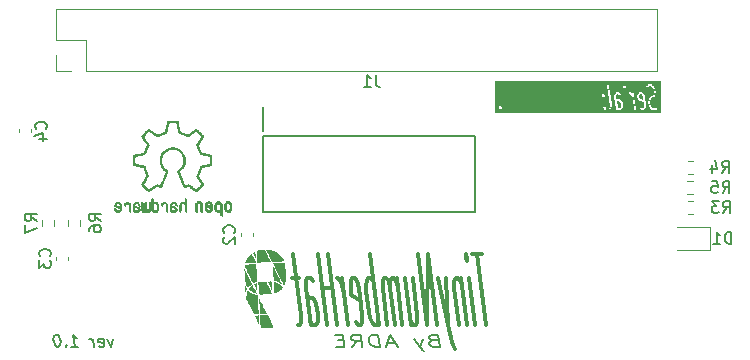
<source format=gbo>
G04 #@! TF.GenerationSoftware,KiCad,Pcbnew,7.0.8*
G04 #@! TF.CreationDate,2023-11-03T14:19:20+02:00*
G04 #@! TF.ProjectId,TinyNumberHat,54696e79-4e75-46d6-9265-724861742e6b,rev?*
G04 #@! TF.SameCoordinates,Original*
G04 #@! TF.FileFunction,Legend,Bot*
G04 #@! TF.FilePolarity,Positive*
%FSLAX46Y46*%
G04 Gerber Fmt 4.6, Leading zero omitted, Abs format (unit mm)*
G04 Created by KiCad (PCBNEW 7.0.8) date 2023-11-03 14:19:20*
%MOMM*%
%LPD*%
G01*
G04 APERTURE LIST*
%ADD10C,0.150000*%
%ADD11C,0.300000*%
%ADD12C,0.120000*%
%ADD13C,0.200000*%
G04 APERTURE END LIST*
D10*
G36*
X154538083Y-78659879D02*
G01*
X154539654Y-78660502D01*
X154540334Y-78660276D01*
X154541792Y-78660533D01*
X154751372Y-78660533D01*
X154823324Y-78724490D01*
X154885132Y-78889312D01*
X154906684Y-79061723D01*
X154886886Y-79220101D01*
X154841092Y-79272438D01*
X154665545Y-79272438D01*
X154600807Y-79214894D01*
X154531280Y-78658679D01*
X154538083Y-78659879D01*
G37*
G36*
X156704276Y-78153061D02*
G01*
X156766085Y-78317885D01*
X156797133Y-78566266D01*
X156455859Y-78436257D01*
X156438803Y-78299818D01*
X156458601Y-78141440D01*
X156504396Y-78089104D01*
X156632324Y-78089104D01*
X156704276Y-78153061D01*
G37*
G36*
X158269334Y-79708152D02*
G01*
X144266048Y-79708152D01*
X144266048Y-79267800D01*
X144551762Y-79267800D01*
X144554426Y-79274393D01*
X144554400Y-79277166D01*
X144556654Y-79279907D01*
X144561522Y-79291950D01*
X144621046Y-79387188D01*
X144629009Y-79393408D01*
X144633616Y-79402400D01*
X144641250Y-79405621D01*
X144646517Y-79412023D01*
X144654821Y-79413570D01*
X144661477Y-79418769D01*
X144671573Y-79418415D01*
X144680884Y-79422344D01*
X144688804Y-79419903D01*
X144696952Y-79421422D01*
X144704308Y-79417269D01*
X144712748Y-79416974D01*
X144720256Y-79410212D01*
X144729912Y-79407237D01*
X144734409Y-79400278D01*
X144741629Y-79396203D01*
X144748232Y-79385017D01*
X144750870Y-79382642D01*
X144751255Y-79379896D01*
X144754871Y-79373772D01*
X144790585Y-79278534D01*
X144790689Y-79267800D01*
X153408907Y-79267800D01*
X153411571Y-79274393D01*
X153411545Y-79277166D01*
X153413799Y-79279907D01*
X153418667Y-79291950D01*
X153478191Y-79387188D01*
X153486154Y-79393408D01*
X153490761Y-79402400D01*
X153498395Y-79405621D01*
X153503662Y-79412023D01*
X153511966Y-79413570D01*
X153518622Y-79418769D01*
X153528718Y-79418415D01*
X153538029Y-79422344D01*
X153545949Y-79419903D01*
X153554097Y-79421422D01*
X153561453Y-79417269D01*
X153569893Y-79416974D01*
X153577401Y-79410212D01*
X153587057Y-79407237D01*
X153591554Y-79400278D01*
X153598774Y-79396203D01*
X153605377Y-79385017D01*
X153608015Y-79382642D01*
X153608400Y-79379896D01*
X153612016Y-79373772D01*
X153647730Y-79278534D01*
X153647934Y-79257467D01*
X153650865Y-79236601D01*
X153648200Y-79230007D01*
X153648227Y-79227234D01*
X153645971Y-79224491D01*
X153641105Y-79212451D01*
X153581582Y-79117212D01*
X153573619Y-79110991D01*
X153569012Y-79101998D01*
X153561376Y-79098776D01*
X153556111Y-79092376D01*
X153547807Y-79090828D01*
X153541152Y-79085630D01*
X153531054Y-79085983D01*
X153521744Y-79082055D01*
X153513822Y-79084495D01*
X153505676Y-79082978D01*
X153498322Y-79087128D01*
X153489881Y-79087424D01*
X153482371Y-79094186D01*
X153472715Y-79097162D01*
X153468216Y-79104121D01*
X153460999Y-79108196D01*
X153454396Y-79119379D01*
X153451758Y-79121756D01*
X153451372Y-79124503D01*
X153447757Y-79130627D01*
X153412042Y-79225865D01*
X153411837Y-79246933D01*
X153408907Y-79267800D01*
X144790689Y-79267800D01*
X144790789Y-79257467D01*
X144793720Y-79236601D01*
X144791055Y-79230007D01*
X144791082Y-79227234D01*
X144788826Y-79224491D01*
X144783960Y-79212451D01*
X144724437Y-79117212D01*
X144716474Y-79110991D01*
X144711867Y-79101998D01*
X144704231Y-79098776D01*
X144698966Y-79092376D01*
X144690662Y-79090828D01*
X144684007Y-79085630D01*
X144673909Y-79085983D01*
X144664599Y-79082055D01*
X144656677Y-79084495D01*
X144648531Y-79082978D01*
X144641177Y-79087128D01*
X144632736Y-79087424D01*
X144625226Y-79094186D01*
X144615570Y-79097162D01*
X144611071Y-79104121D01*
X144603854Y-79108196D01*
X144597251Y-79119379D01*
X144594613Y-79121756D01*
X144594227Y-79124503D01*
X144590612Y-79130627D01*
X144554897Y-79225865D01*
X144554692Y-79246933D01*
X144551762Y-79267800D01*
X144266048Y-79267800D01*
X144266048Y-78220180D01*
X153277955Y-78220180D01*
X153280619Y-78226773D01*
X153280593Y-78229547D01*
X153282848Y-78232288D01*
X153287715Y-78244330D01*
X153347239Y-78339569D01*
X153355202Y-78345789D01*
X153359809Y-78354782D01*
X153367444Y-78358003D01*
X153372710Y-78364404D01*
X153381013Y-78365951D01*
X153387669Y-78371150D01*
X153397766Y-78370796D01*
X153407077Y-78374725D01*
X153414997Y-78372284D01*
X153423146Y-78373803D01*
X153430500Y-78369651D01*
X153438941Y-78369356D01*
X153446450Y-78362593D01*
X153456106Y-78359618D01*
X153460603Y-78352658D01*
X153467822Y-78348584D01*
X153474425Y-78337398D01*
X153477063Y-78335023D01*
X153477448Y-78332277D01*
X153481064Y-78326153D01*
X153516778Y-78230914D01*
X153516982Y-78209846D01*
X153519913Y-78188980D01*
X153517248Y-78182386D01*
X153517275Y-78179613D01*
X153515019Y-78176871D01*
X153510153Y-78164830D01*
X153450629Y-78069592D01*
X153442666Y-78063372D01*
X153438059Y-78054379D01*
X153430423Y-78051157D01*
X153425158Y-78044757D01*
X153416853Y-78043209D01*
X153410198Y-78038011D01*
X153400101Y-78038364D01*
X153390791Y-78034436D01*
X153382869Y-78036876D01*
X153374723Y-78035359D01*
X153367369Y-78039509D01*
X153358927Y-78039805D01*
X153351417Y-78046567D01*
X153341762Y-78049543D01*
X153337263Y-78056503D01*
X153330046Y-78060577D01*
X153323442Y-78071762D01*
X153320805Y-78074138D01*
X153320419Y-78076883D01*
X153316804Y-78083008D01*
X153281090Y-78178246D01*
X153280885Y-78199313D01*
X153277955Y-78220180D01*
X144266048Y-78220180D01*
X144266048Y-77356741D01*
X153741180Y-77356741D01*
X153954303Y-79061723D01*
X153934505Y-79220101D01*
X153866301Y-79298050D01*
X153847760Y-79345886D01*
X153864305Y-79394448D01*
X153908195Y-79421013D01*
X153958891Y-79413152D01*
X153979187Y-79396826D01*
X154062520Y-79301588D01*
X154065923Y-79292805D01*
X154072828Y-79286396D01*
X154080498Y-79261503D01*
X154104308Y-79071026D01*
X154103542Y-79067675D01*
X154104308Y-79052420D01*
X154011396Y-78309122D01*
X154336418Y-78309122D01*
X154467371Y-79356741D01*
X154490762Y-79402401D01*
X154538030Y-79422344D01*
X154587059Y-79407237D01*
X154589013Y-79404212D01*
X154600455Y-79408749D01*
X154611378Y-79417915D01*
X154633321Y-79421784D01*
X154634892Y-79422407D01*
X154635572Y-79422181D01*
X154637030Y-79422438D01*
X154875125Y-79422438D01*
X154892744Y-79416024D01*
X154911272Y-79413152D01*
X154920060Y-79406082D01*
X154923334Y-79404891D01*
X154924888Y-79402199D01*
X154931568Y-79396826D01*
X155014901Y-79301588D01*
X155018304Y-79292805D01*
X155025209Y-79286396D01*
X155032879Y-79261503D01*
X155056689Y-79071026D01*
X155055923Y-79067675D01*
X155056689Y-79052420D01*
X155032879Y-78861944D01*
X155031272Y-78858808D01*
X155028683Y-78844913D01*
X154957255Y-78654437D01*
X154953798Y-78650397D01*
X154953025Y-78645138D01*
X154936857Y-78624715D01*
X154829714Y-78529477D01*
X154816461Y-78524221D01*
X154805539Y-78515056D01*
X154783595Y-78511186D01*
X154782025Y-78510564D01*
X154781344Y-78510789D01*
X154779887Y-78510533D01*
X154570307Y-78510533D01*
X154505569Y-78452988D01*
X154486422Y-78299819D01*
X154506220Y-78141440D01*
X154552015Y-78089104D01*
X154679943Y-78089104D01*
X154765774Y-78165398D01*
X154813463Y-78184311D01*
X154862153Y-78168147D01*
X154889060Y-78124466D01*
X154881596Y-78073709D01*
X154865428Y-78053286D01*
X154831814Y-78023407D01*
X155205465Y-78023407D01*
X155372132Y-79356740D01*
X155395523Y-79402401D01*
X155442791Y-79422344D01*
X155491820Y-79407237D01*
X155519667Y-79364150D01*
X155520974Y-79338135D01*
X155354307Y-78004801D01*
X155352401Y-78001080D01*
X155539359Y-78001080D01*
X155548268Y-78051604D01*
X155587568Y-78084581D01*
X155613220Y-78089104D01*
X155679943Y-78089104D01*
X155757715Y-78158234D01*
X155807539Y-78237953D01*
X155873227Y-78413123D01*
X155991180Y-79356740D01*
X156014571Y-79402401D01*
X156061839Y-79422344D01*
X156110868Y-79407237D01*
X156138715Y-79364150D01*
X156140022Y-79338135D01*
X156011395Y-78309122D01*
X156288799Y-78309122D01*
X156312609Y-78499597D01*
X156313246Y-78500841D01*
X156312983Y-78502216D01*
X156324878Y-78523548D01*
X156336000Y-78545258D01*
X156337287Y-78545801D01*
X156337969Y-78547023D01*
X156360330Y-78560382D01*
X156818200Y-78734807D01*
X156859065Y-79061722D01*
X156839267Y-79220101D01*
X156793473Y-79272438D01*
X156665545Y-79272438D01*
X156579714Y-79196144D01*
X156532025Y-79177231D01*
X156483335Y-79193395D01*
X156456428Y-79237076D01*
X156463892Y-79287833D01*
X156480060Y-79308256D01*
X156587203Y-79403494D01*
X156600455Y-79408749D01*
X156611378Y-79417915D01*
X156633321Y-79421784D01*
X156634892Y-79422407D01*
X156635572Y-79422181D01*
X156637030Y-79422438D01*
X156827506Y-79422438D01*
X156845125Y-79416024D01*
X156863653Y-79413152D01*
X156872441Y-79406082D01*
X156875715Y-79404891D01*
X156877269Y-79402199D01*
X156883949Y-79396826D01*
X156967282Y-79301588D01*
X156970685Y-79292805D01*
X156977590Y-79286396D01*
X156985260Y-79261503D01*
X157009070Y-79071026D01*
X157008303Y-79067673D01*
X157009070Y-79052420D01*
X156913832Y-78290516D01*
X156912225Y-78287379D01*
X156909636Y-78273485D01*
X156838207Y-78083008D01*
X156834750Y-78078968D01*
X156833977Y-78073709D01*
X156817809Y-78053286D01*
X156710666Y-77958048D01*
X156697413Y-77952792D01*
X156686491Y-77943627D01*
X156664547Y-77939757D01*
X156662977Y-77939135D01*
X156662296Y-77939360D01*
X156660839Y-77939104D01*
X156470363Y-77939104D01*
X156452744Y-77945516D01*
X156434215Y-77948390D01*
X156425426Y-77955459D01*
X156422154Y-77956651D01*
X156420600Y-77959342D01*
X156413920Y-77964716D01*
X156330587Y-78059954D01*
X156327182Y-78068737D01*
X156320279Y-78075147D01*
X156312609Y-78100040D01*
X156288799Y-78290516D01*
X156289564Y-78293866D01*
X156288799Y-78309122D01*
X156011395Y-78309122D01*
X155973355Y-78004801D01*
X155949964Y-77959141D01*
X155902696Y-77939198D01*
X155853667Y-77954305D01*
X155825819Y-77997392D01*
X155824824Y-78017194D01*
X155758285Y-77958048D01*
X155745032Y-77952792D01*
X155734110Y-77943627D01*
X155712166Y-77939757D01*
X155710596Y-77939135D01*
X155709915Y-77939360D01*
X155708458Y-77939104D01*
X155613220Y-77939104D01*
X155565011Y-77956651D01*
X155539359Y-78001080D01*
X155352401Y-78001080D01*
X155330916Y-77959141D01*
X155283648Y-77939198D01*
X155234619Y-77954305D01*
X155206771Y-77997392D01*
X155205465Y-78023407D01*
X154831814Y-78023407D01*
X154758285Y-77958048D01*
X154745032Y-77952792D01*
X154734110Y-77943627D01*
X154712166Y-77939757D01*
X154710596Y-77939135D01*
X154709915Y-77939360D01*
X154708458Y-77939104D01*
X154517982Y-77939104D01*
X154500363Y-77945516D01*
X154481834Y-77948390D01*
X154473045Y-77955459D01*
X154469773Y-77956651D01*
X154468219Y-77959342D01*
X154461539Y-77964716D01*
X154378206Y-78059954D01*
X154374801Y-78068737D01*
X154367898Y-78075147D01*
X154360228Y-78100040D01*
X154336418Y-78290516D01*
X154337183Y-78293866D01*
X154336418Y-78309122D01*
X154011396Y-78309122D01*
X153905040Y-77458276D01*
X155087479Y-77458276D01*
X155090143Y-77464869D01*
X155090117Y-77467643D01*
X155092372Y-77470384D01*
X155097239Y-77482426D01*
X155156763Y-77577664D01*
X155164726Y-77583884D01*
X155169333Y-77592877D01*
X155176968Y-77596098D01*
X155182234Y-77602499D01*
X155190538Y-77604046D01*
X155197194Y-77609245D01*
X155207289Y-77608891D01*
X155216601Y-77612820D01*
X155224521Y-77610379D01*
X155232669Y-77611898D01*
X155240025Y-77607745D01*
X155248465Y-77607450D01*
X155255972Y-77600688D01*
X155265630Y-77597713D01*
X155270128Y-77590753D01*
X155277346Y-77586679D01*
X155283949Y-77575493D01*
X155286587Y-77573118D01*
X155286972Y-77570372D01*
X155290588Y-77564248D01*
X155326302Y-77469010D01*
X155326506Y-77447942D01*
X155329437Y-77427076D01*
X155328423Y-77424567D01*
X157040439Y-77424567D01*
X157045826Y-77475586D01*
X157082747Y-77511206D01*
X157133927Y-77514761D01*
X157157333Y-77503331D01*
X157268562Y-77422438D01*
X157453753Y-77422438D01*
X157531525Y-77491568D01*
X157581349Y-77571287D01*
X157647037Y-77746455D01*
X157668589Y-77918866D01*
X157647037Y-78091276D01*
X157619216Y-78165465D01*
X157553910Y-78240102D01*
X157387450Y-78328880D01*
X157387105Y-78329264D01*
X157386596Y-78329343D01*
X157366301Y-78345669D01*
X157282968Y-78440907D01*
X157282809Y-78441315D01*
X157282429Y-78441530D01*
X157269186Y-78463961D01*
X157233471Y-78559198D01*
X157233436Y-78562723D01*
X157229275Y-78576231D01*
X157205466Y-78766707D01*
X157206232Y-78770059D01*
X157205466Y-78785311D01*
X157229275Y-78975787D01*
X157230881Y-78978922D01*
X157233471Y-78992819D01*
X157304901Y-79183296D01*
X157307179Y-79185958D01*
X157311525Y-79196711D01*
X157371049Y-79291950D01*
X157373313Y-79293719D01*
X157384822Y-79308256D01*
X157491965Y-79403494D01*
X157505217Y-79408749D01*
X157516140Y-79417915D01*
X157538083Y-79421784D01*
X157539654Y-79422407D01*
X157540334Y-79422181D01*
X157541792Y-79422438D01*
X157779887Y-79422438D01*
X157789930Y-79418782D01*
X157800594Y-79419523D01*
X157824000Y-79408093D01*
X157954952Y-79312855D01*
X157983620Y-79270309D01*
X157978233Y-79219290D01*
X157941312Y-79183669D01*
X157890132Y-79180115D01*
X157866726Y-79191545D01*
X157755498Y-79272438D01*
X157570307Y-79272438D01*
X157492534Y-79203307D01*
X157442709Y-79123587D01*
X157377021Y-78948419D01*
X157355470Y-78776009D01*
X157377021Y-78603599D01*
X157404842Y-78529410D01*
X157470147Y-78454775D01*
X157636610Y-78365996D01*
X157636954Y-78365611D01*
X157637464Y-78365533D01*
X157657760Y-78349206D01*
X157741093Y-78253967D01*
X157741250Y-78253560D01*
X157741632Y-78253345D01*
X157754874Y-78230914D01*
X157790588Y-78135676D01*
X157790622Y-78132152D01*
X157794784Y-78118645D01*
X157818594Y-77928169D01*
X157817828Y-77924818D01*
X157818594Y-77909563D01*
X157794784Y-77719087D01*
X157793177Y-77715951D01*
X157790588Y-77702056D01*
X157719160Y-77511580D01*
X157716880Y-77508916D01*
X157712535Y-77498164D01*
X157653011Y-77402926D01*
X157650746Y-77401157D01*
X157639238Y-77386620D01*
X157532095Y-77291382D01*
X157518842Y-77286126D01*
X157507920Y-77276961D01*
X157485976Y-77273091D01*
X157484406Y-77272469D01*
X157483725Y-77272694D01*
X157482268Y-77272438D01*
X157244173Y-77272438D01*
X157234129Y-77276093D01*
X157223467Y-77275353D01*
X157200061Y-77286783D01*
X157069107Y-77382021D01*
X157040439Y-77424567D01*
X155328423Y-77424567D01*
X155326772Y-77420482D01*
X155326799Y-77417710D01*
X155324544Y-77414968D01*
X155319677Y-77402926D01*
X155260153Y-77307688D01*
X155252190Y-77301468D01*
X155247583Y-77292475D01*
X155239947Y-77289253D01*
X155234682Y-77282853D01*
X155226377Y-77281305D01*
X155219722Y-77276107D01*
X155209625Y-77276460D01*
X155200315Y-77272532D01*
X155192393Y-77274972D01*
X155184247Y-77273455D01*
X155176893Y-77277605D01*
X155168451Y-77277901D01*
X155160941Y-77284663D01*
X155151286Y-77287639D01*
X155146787Y-77294599D01*
X155139570Y-77298673D01*
X155132966Y-77309858D01*
X155130329Y-77312234D01*
X155129943Y-77314979D01*
X155126328Y-77321104D01*
X155090614Y-77416342D01*
X155090409Y-77437409D01*
X155087479Y-77458276D01*
X153905040Y-77458276D01*
X153890022Y-77338135D01*
X153866631Y-77292475D01*
X153819363Y-77272532D01*
X153770334Y-77287639D01*
X153742486Y-77330726D01*
X153741180Y-77356741D01*
X144266048Y-77356741D01*
X144266048Y-76986724D01*
X158269334Y-76986724D01*
X158269334Y-79708152D01*
G37*
X138984649Y-98946009D02*
X138776316Y-98993628D01*
X138776316Y-98993628D02*
X138710839Y-99041247D01*
X138710839Y-99041247D02*
X138651316Y-99136485D01*
X138651316Y-99136485D02*
X138669173Y-99279342D01*
X138669173Y-99279342D02*
X138752506Y-99374580D01*
X138752506Y-99374580D02*
X138829887Y-99422200D01*
X138829887Y-99422200D02*
X138978696Y-99469819D01*
X138978696Y-99469819D02*
X139550125Y-99469819D01*
X139550125Y-99469819D02*
X139425125Y-98469819D01*
X139425125Y-98469819D02*
X138925125Y-98469819D01*
X138925125Y-98469819D02*
X138788220Y-98517438D01*
X138788220Y-98517438D02*
X138722744Y-98565057D01*
X138722744Y-98565057D02*
X138663220Y-98660295D01*
X138663220Y-98660295D02*
X138675125Y-98755533D01*
X138675125Y-98755533D02*
X138758458Y-98850771D01*
X138758458Y-98850771D02*
X138835839Y-98898390D01*
X138835839Y-98898390D02*
X138984649Y-98946009D01*
X138984649Y-98946009D02*
X139484649Y-98946009D01*
X138109649Y-98803152D02*
X137835839Y-99469819D01*
X137395363Y-98803152D02*
X137835839Y-99469819D01*
X137835839Y-99469819D02*
X138008458Y-99707914D01*
X138008458Y-99707914D02*
X138085839Y-99755533D01*
X138085839Y-99755533D02*
X138234649Y-99803152D01*
X135800125Y-99184104D02*
X135085840Y-99184104D01*
X135978697Y-99469819D02*
X135353697Y-98469819D01*
X135353697Y-98469819D02*
X134978697Y-99469819D01*
X134478697Y-99469819D02*
X134353697Y-98469819D01*
X134353697Y-98469819D02*
X133996554Y-98469819D01*
X133996554Y-98469819D02*
X133788221Y-98517438D01*
X133788221Y-98517438D02*
X133657268Y-98612676D01*
X133657268Y-98612676D02*
X133597745Y-98707914D01*
X133597745Y-98707914D02*
X133550126Y-98898390D01*
X133550126Y-98898390D02*
X133567983Y-99041247D01*
X133567983Y-99041247D02*
X133663221Y-99231723D01*
X133663221Y-99231723D02*
X133746554Y-99326961D01*
X133746554Y-99326961D02*
X133901316Y-99422200D01*
X133901316Y-99422200D02*
X134121554Y-99469819D01*
X134121554Y-99469819D02*
X134478697Y-99469819D01*
X132121554Y-99469819D02*
X132562030Y-98993628D01*
X132978697Y-99469819D02*
X132853697Y-98469819D01*
X132853697Y-98469819D02*
X132282268Y-98469819D01*
X132282268Y-98469819D02*
X132145364Y-98517438D01*
X132145364Y-98517438D02*
X132079888Y-98565057D01*
X132079888Y-98565057D02*
X132020364Y-98660295D01*
X132020364Y-98660295D02*
X132038221Y-98803152D01*
X132038221Y-98803152D02*
X132121554Y-98898390D01*
X132121554Y-98898390D02*
X132198935Y-98946009D01*
X132198935Y-98946009D02*
X132347745Y-98993628D01*
X132347745Y-98993628D02*
X132919173Y-98993628D01*
X131413221Y-98946009D02*
X130913221Y-98946009D01*
X130764411Y-99469819D02*
X131478697Y-99469819D01*
X131478697Y-99469819D02*
X131353697Y-98469819D01*
X131353697Y-98469819D02*
X130639411Y-98469819D01*
X111881077Y-98803152D02*
X111726316Y-99469819D01*
X111726316Y-99469819D02*
X111404887Y-98803152D01*
X110720363Y-99422200D02*
X110821553Y-99469819D01*
X110821553Y-99469819D02*
X111012030Y-99469819D01*
X111012030Y-99469819D02*
X111101315Y-99422200D01*
X111101315Y-99422200D02*
X111137030Y-99326961D01*
X111137030Y-99326961D02*
X111089411Y-98946009D01*
X111089411Y-98946009D02*
X111029887Y-98850771D01*
X111029887Y-98850771D02*
X110928696Y-98803152D01*
X110928696Y-98803152D02*
X110738220Y-98803152D01*
X110738220Y-98803152D02*
X110648934Y-98850771D01*
X110648934Y-98850771D02*
X110613220Y-98946009D01*
X110613220Y-98946009D02*
X110625125Y-99041247D01*
X110625125Y-99041247D02*
X111113220Y-99136485D01*
X110250125Y-99469819D02*
X110166791Y-98803152D01*
X110190601Y-98993628D02*
X110131077Y-98898390D01*
X110131077Y-98898390D02*
X110077506Y-98850771D01*
X110077506Y-98850771D02*
X109976315Y-98803152D01*
X109976315Y-98803152D02*
X109881077Y-98803152D01*
X108345362Y-99469819D02*
X108916791Y-99469819D01*
X108631076Y-99469819D02*
X108506076Y-98469819D01*
X108506076Y-98469819D02*
X108619172Y-98612676D01*
X108619172Y-98612676D02*
X108726315Y-98707914D01*
X108726315Y-98707914D02*
X108827505Y-98755533D01*
X107904886Y-99374580D02*
X107863219Y-99422200D01*
X107863219Y-99422200D02*
X107916791Y-99469819D01*
X107916791Y-99469819D02*
X107958457Y-99422200D01*
X107958457Y-99422200D02*
X107904886Y-99374580D01*
X107904886Y-99374580D02*
X107916791Y-99469819D01*
X107125124Y-98469819D02*
X107029886Y-98469819D01*
X107029886Y-98469819D02*
X106940601Y-98517438D01*
X106940601Y-98517438D02*
X106898934Y-98565057D01*
X106898934Y-98565057D02*
X106863220Y-98660295D01*
X106863220Y-98660295D02*
X106839410Y-98850771D01*
X106839410Y-98850771D02*
X106869172Y-99088866D01*
X106869172Y-99088866D02*
X106940601Y-99279342D01*
X106940601Y-99279342D02*
X107000124Y-99374580D01*
X107000124Y-99374580D02*
X107053696Y-99422200D01*
X107053696Y-99422200D02*
X107154886Y-99469819D01*
X107154886Y-99469819D02*
X107250124Y-99469819D01*
X107250124Y-99469819D02*
X107339410Y-99422200D01*
X107339410Y-99422200D02*
X107381077Y-99374580D01*
X107381077Y-99374580D02*
X107416791Y-99279342D01*
X107416791Y-99279342D02*
X107440601Y-99088866D01*
X107440601Y-99088866D02*
X107410839Y-98850771D01*
X107410839Y-98850771D02*
X107339410Y-98660295D01*
X107339410Y-98660295D02*
X107279886Y-98565057D01*
X107279886Y-98565057D02*
X107226315Y-98517438D01*
X107226315Y-98517438D02*
X107125124Y-98469819D01*
D11*
X143145489Y-91650114D02*
X142288346Y-91650114D01*
X143466917Y-97650114D02*
X142716917Y-91650114D01*
X142538346Y-97650114D02*
X142038346Y-93650114D01*
X141788346Y-91650114D02*
X141895489Y-91935828D01*
X141895489Y-91935828D02*
X141859775Y-92221542D01*
X141859775Y-92221542D02*
X141752632Y-91935828D01*
X141752632Y-91935828D02*
X141788346Y-91650114D01*
X141788346Y-91650114D02*
X141859775Y-92221542D01*
X141324060Y-93650114D02*
X141824060Y-97650114D01*
X141395489Y-94221542D02*
X141288346Y-93935828D01*
X141288346Y-93935828D02*
X141109774Y-93650114D01*
X141109774Y-93650114D02*
X140895489Y-93650114D01*
X140895489Y-93650114D02*
X140788346Y-93935828D01*
X140788346Y-93935828D02*
X140788346Y-94507257D01*
X140788346Y-94507257D02*
X141181203Y-97650114D01*
X140109774Y-93650114D02*
X140252631Y-97650114D01*
X139395488Y-93650114D02*
X140252631Y-97650114D01*
X140252631Y-97650114D02*
X140574060Y-99078685D01*
X140574060Y-99078685D02*
X140681203Y-99364400D01*
X140681203Y-99364400D02*
X140859774Y-99650114D01*
X139324060Y-97650114D02*
X138574060Y-91650114D01*
X138574060Y-91650114D02*
X138466917Y-97650114D01*
X138466917Y-97650114D02*
X137716917Y-91650114D01*
X136609774Y-93650114D02*
X137109774Y-97650114D01*
X137252631Y-93650114D02*
X137645488Y-96792971D01*
X137645488Y-96792971D02*
X137645488Y-97364400D01*
X137645488Y-97364400D02*
X137538345Y-97650114D01*
X137538345Y-97650114D02*
X137324060Y-97650114D01*
X137324060Y-97650114D02*
X137145488Y-97364400D01*
X137145488Y-97364400D02*
X137038345Y-97078685D01*
X136395488Y-97650114D02*
X135895488Y-93650114D01*
X135966917Y-94221542D02*
X135859774Y-93935828D01*
X135859774Y-93935828D02*
X135681202Y-93650114D01*
X135681202Y-93650114D02*
X135466917Y-93650114D01*
X135466917Y-93650114D02*
X135359774Y-93935828D01*
X135359774Y-93935828D02*
X135359774Y-94507257D01*
X135359774Y-94507257D02*
X135752631Y-97650114D01*
X135359774Y-94507257D02*
X135216917Y-93935828D01*
X135216917Y-93935828D02*
X135038345Y-93650114D01*
X135038345Y-93650114D02*
X134824059Y-93650114D01*
X134824059Y-93650114D02*
X134716917Y-93935828D01*
X134716917Y-93935828D02*
X134716917Y-94507257D01*
X134716917Y-94507257D02*
X135109774Y-97650114D01*
X134395488Y-97650114D02*
X133645488Y-91650114D01*
X133931202Y-93935828D02*
X133752631Y-93650114D01*
X133752631Y-93650114D02*
X133466917Y-93650114D01*
X133466917Y-93650114D02*
X133359774Y-93935828D01*
X133359774Y-93935828D02*
X133324059Y-94221542D01*
X133324059Y-94221542D02*
X133324059Y-94792971D01*
X133324059Y-94792971D02*
X133538345Y-96507257D01*
X133538345Y-96507257D02*
X133681202Y-97078685D01*
X133681202Y-97078685D02*
X133788345Y-97364400D01*
X133788345Y-97364400D02*
X133966917Y-97650114D01*
X133966917Y-97650114D02*
X134252631Y-97650114D01*
X134252631Y-97650114D02*
X134359774Y-97364400D01*
X132431202Y-97364400D02*
X132609774Y-97650114D01*
X132609774Y-97650114D02*
X132895488Y-97650114D01*
X132895488Y-97650114D02*
X133002631Y-97364400D01*
X133002631Y-97364400D02*
X133002631Y-96792971D01*
X133002631Y-96792971D02*
X132716916Y-94507257D01*
X132716916Y-94507257D02*
X132574059Y-93935828D01*
X132574059Y-93935828D02*
X132395488Y-93650114D01*
X132395488Y-93650114D02*
X132109774Y-93650114D01*
X132109774Y-93650114D02*
X132002631Y-93935828D01*
X132002631Y-93935828D02*
X132002631Y-94507257D01*
X132002631Y-94507257D02*
X132074059Y-95078685D01*
X132074059Y-95078685D02*
X132859774Y-95650114D01*
X131752631Y-97650114D02*
X131252631Y-93650114D01*
X131395488Y-94792971D02*
X131252631Y-94221542D01*
X131252631Y-94221542D02*
X131145488Y-93935828D01*
X131145488Y-93935828D02*
X130966917Y-93650114D01*
X130966917Y-93650114D02*
X130824060Y-93650114D01*
X130824060Y-97650114D02*
X130074060Y-91650114D01*
X130431203Y-94507257D02*
X129574060Y-94507257D01*
X129966917Y-97650114D02*
X129216917Y-91650114D01*
X128609774Y-97650114D02*
X128216917Y-94507257D01*
X128216917Y-94507257D02*
X128216917Y-93935828D01*
X128216917Y-93935828D02*
X128324060Y-93650114D01*
X128324060Y-93650114D02*
X128609774Y-93650114D01*
X128609774Y-93650114D02*
X128788345Y-93935828D01*
X128574060Y-97364400D02*
X128752631Y-97650114D01*
X128752631Y-97650114D02*
X129109774Y-97650114D01*
X129109774Y-97650114D02*
X129216917Y-97364400D01*
X129216917Y-97364400D02*
X129216917Y-96792971D01*
X129216917Y-96792971D02*
X129145488Y-96221542D01*
X129145488Y-96221542D02*
X129002631Y-95650114D01*
X129002631Y-95650114D02*
X128824060Y-95364400D01*
X128824060Y-95364400D02*
X128466917Y-95364400D01*
X128466917Y-95364400D02*
X128288345Y-95078685D01*
X127609774Y-93650114D02*
X127038345Y-93650114D01*
X127145488Y-91650114D02*
X127788345Y-96792971D01*
X127788345Y-96792971D02*
X127788345Y-97364400D01*
X127788345Y-97364400D02*
X127681202Y-97650114D01*
X127681202Y-97650114D02*
X127538345Y-97650114D01*
D10*
X134133333Y-76454819D02*
X134133333Y-77169104D01*
X134133333Y-77169104D02*
X134180952Y-77311961D01*
X134180952Y-77311961D02*
X134276190Y-77407200D01*
X134276190Y-77407200D02*
X134419047Y-77454819D01*
X134419047Y-77454819D02*
X134514285Y-77454819D01*
X133133333Y-77454819D02*
X133704761Y-77454819D01*
X133419047Y-77454819D02*
X133419047Y-76454819D01*
X133419047Y-76454819D02*
X133514285Y-76597676D01*
X133514285Y-76597676D02*
X133609523Y-76692914D01*
X133609523Y-76692914D02*
X133704761Y-76740533D01*
X122129580Y-89833333D02*
X122177200Y-89785714D01*
X122177200Y-89785714D02*
X122224819Y-89642857D01*
X122224819Y-89642857D02*
X122224819Y-89547619D01*
X122224819Y-89547619D02*
X122177200Y-89404762D01*
X122177200Y-89404762D02*
X122081961Y-89309524D01*
X122081961Y-89309524D02*
X121986723Y-89261905D01*
X121986723Y-89261905D02*
X121796247Y-89214286D01*
X121796247Y-89214286D02*
X121653390Y-89214286D01*
X121653390Y-89214286D02*
X121462914Y-89261905D01*
X121462914Y-89261905D02*
X121367676Y-89309524D01*
X121367676Y-89309524D02*
X121272438Y-89404762D01*
X121272438Y-89404762D02*
X121224819Y-89547619D01*
X121224819Y-89547619D02*
X121224819Y-89642857D01*
X121224819Y-89642857D02*
X121272438Y-89785714D01*
X121272438Y-89785714D02*
X121320057Y-89833333D01*
X121320057Y-90214286D02*
X121272438Y-90261905D01*
X121272438Y-90261905D02*
X121224819Y-90357143D01*
X121224819Y-90357143D02*
X121224819Y-90595238D01*
X121224819Y-90595238D02*
X121272438Y-90690476D01*
X121272438Y-90690476D02*
X121320057Y-90738095D01*
X121320057Y-90738095D02*
X121415295Y-90785714D01*
X121415295Y-90785714D02*
X121510533Y-90785714D01*
X121510533Y-90785714D02*
X121653390Y-90738095D01*
X121653390Y-90738095D02*
X122224819Y-90166667D01*
X122224819Y-90166667D02*
X122224819Y-90785714D01*
X163516666Y-88154819D02*
X163849999Y-87678628D01*
X164088094Y-88154819D02*
X164088094Y-87154819D01*
X164088094Y-87154819D02*
X163707142Y-87154819D01*
X163707142Y-87154819D02*
X163611904Y-87202438D01*
X163611904Y-87202438D02*
X163564285Y-87250057D01*
X163564285Y-87250057D02*
X163516666Y-87345295D01*
X163516666Y-87345295D02*
X163516666Y-87488152D01*
X163516666Y-87488152D02*
X163564285Y-87583390D01*
X163564285Y-87583390D02*
X163611904Y-87631009D01*
X163611904Y-87631009D02*
X163707142Y-87678628D01*
X163707142Y-87678628D02*
X164088094Y-87678628D01*
X163183332Y-87154819D02*
X162564285Y-87154819D01*
X162564285Y-87154819D02*
X162897618Y-87535771D01*
X162897618Y-87535771D02*
X162754761Y-87535771D01*
X162754761Y-87535771D02*
X162659523Y-87583390D01*
X162659523Y-87583390D02*
X162611904Y-87631009D01*
X162611904Y-87631009D02*
X162564285Y-87726247D01*
X162564285Y-87726247D02*
X162564285Y-87964342D01*
X162564285Y-87964342D02*
X162611904Y-88059580D01*
X162611904Y-88059580D02*
X162659523Y-88107200D01*
X162659523Y-88107200D02*
X162754761Y-88154819D01*
X162754761Y-88154819D02*
X163040475Y-88154819D01*
X163040475Y-88154819D02*
X163135713Y-88107200D01*
X163135713Y-88107200D02*
X163183332Y-88059580D01*
X106189580Y-81033333D02*
X106237200Y-80985714D01*
X106237200Y-80985714D02*
X106284819Y-80842857D01*
X106284819Y-80842857D02*
X106284819Y-80747619D01*
X106284819Y-80747619D02*
X106237200Y-80604762D01*
X106237200Y-80604762D02*
X106141961Y-80509524D01*
X106141961Y-80509524D02*
X106046723Y-80461905D01*
X106046723Y-80461905D02*
X105856247Y-80414286D01*
X105856247Y-80414286D02*
X105713390Y-80414286D01*
X105713390Y-80414286D02*
X105522914Y-80461905D01*
X105522914Y-80461905D02*
X105427676Y-80509524D01*
X105427676Y-80509524D02*
X105332438Y-80604762D01*
X105332438Y-80604762D02*
X105284819Y-80747619D01*
X105284819Y-80747619D02*
X105284819Y-80842857D01*
X105284819Y-80842857D02*
X105332438Y-80985714D01*
X105332438Y-80985714D02*
X105380057Y-81033333D01*
X105618152Y-81890476D02*
X106284819Y-81890476D01*
X105237200Y-81652381D02*
X105951485Y-81414286D01*
X105951485Y-81414286D02*
X105951485Y-82033333D01*
X163441666Y-84754819D02*
X163774999Y-84278628D01*
X164013094Y-84754819D02*
X164013094Y-83754819D01*
X164013094Y-83754819D02*
X163632142Y-83754819D01*
X163632142Y-83754819D02*
X163536904Y-83802438D01*
X163536904Y-83802438D02*
X163489285Y-83850057D01*
X163489285Y-83850057D02*
X163441666Y-83945295D01*
X163441666Y-83945295D02*
X163441666Y-84088152D01*
X163441666Y-84088152D02*
X163489285Y-84183390D01*
X163489285Y-84183390D02*
X163536904Y-84231009D01*
X163536904Y-84231009D02*
X163632142Y-84278628D01*
X163632142Y-84278628D02*
X164013094Y-84278628D01*
X162584523Y-84088152D02*
X162584523Y-84754819D01*
X162822618Y-83707200D02*
X163060713Y-84421485D01*
X163060713Y-84421485D02*
X162441666Y-84421485D01*
X163491666Y-86454819D02*
X163824999Y-85978628D01*
X164063094Y-86454819D02*
X164063094Y-85454819D01*
X164063094Y-85454819D02*
X163682142Y-85454819D01*
X163682142Y-85454819D02*
X163586904Y-85502438D01*
X163586904Y-85502438D02*
X163539285Y-85550057D01*
X163539285Y-85550057D02*
X163491666Y-85645295D01*
X163491666Y-85645295D02*
X163491666Y-85788152D01*
X163491666Y-85788152D02*
X163539285Y-85883390D01*
X163539285Y-85883390D02*
X163586904Y-85931009D01*
X163586904Y-85931009D02*
X163682142Y-85978628D01*
X163682142Y-85978628D02*
X164063094Y-85978628D01*
X162586904Y-85454819D02*
X163063094Y-85454819D01*
X163063094Y-85454819D02*
X163110713Y-85931009D01*
X163110713Y-85931009D02*
X163063094Y-85883390D01*
X163063094Y-85883390D02*
X162967856Y-85835771D01*
X162967856Y-85835771D02*
X162729761Y-85835771D01*
X162729761Y-85835771D02*
X162634523Y-85883390D01*
X162634523Y-85883390D02*
X162586904Y-85931009D01*
X162586904Y-85931009D02*
X162539285Y-86026247D01*
X162539285Y-86026247D02*
X162539285Y-86264342D01*
X162539285Y-86264342D02*
X162586904Y-86359580D01*
X162586904Y-86359580D02*
X162634523Y-86407200D01*
X162634523Y-86407200D02*
X162729761Y-86454819D01*
X162729761Y-86454819D02*
X162967856Y-86454819D01*
X162967856Y-86454819D02*
X163063094Y-86407200D01*
X163063094Y-86407200D02*
X163110713Y-86359580D01*
X164238094Y-90754819D02*
X164238094Y-89754819D01*
X164238094Y-89754819D02*
X163999999Y-89754819D01*
X163999999Y-89754819D02*
X163857142Y-89802438D01*
X163857142Y-89802438D02*
X163761904Y-89897676D01*
X163761904Y-89897676D02*
X163714285Y-89992914D01*
X163714285Y-89992914D02*
X163666666Y-90183390D01*
X163666666Y-90183390D02*
X163666666Y-90326247D01*
X163666666Y-90326247D02*
X163714285Y-90516723D01*
X163714285Y-90516723D02*
X163761904Y-90611961D01*
X163761904Y-90611961D02*
X163857142Y-90707200D01*
X163857142Y-90707200D02*
X163999999Y-90754819D01*
X163999999Y-90754819D02*
X164238094Y-90754819D01*
X162714285Y-90754819D02*
X163285713Y-90754819D01*
X162999999Y-90754819D02*
X162999999Y-89754819D01*
X162999999Y-89754819D02*
X163095237Y-89897676D01*
X163095237Y-89897676D02*
X163190475Y-89992914D01*
X163190475Y-89992914D02*
X163285713Y-90040533D01*
X106529580Y-91833333D02*
X106577200Y-91785714D01*
X106577200Y-91785714D02*
X106624819Y-91642857D01*
X106624819Y-91642857D02*
X106624819Y-91547619D01*
X106624819Y-91547619D02*
X106577200Y-91404762D01*
X106577200Y-91404762D02*
X106481961Y-91309524D01*
X106481961Y-91309524D02*
X106386723Y-91261905D01*
X106386723Y-91261905D02*
X106196247Y-91214286D01*
X106196247Y-91214286D02*
X106053390Y-91214286D01*
X106053390Y-91214286D02*
X105862914Y-91261905D01*
X105862914Y-91261905D02*
X105767676Y-91309524D01*
X105767676Y-91309524D02*
X105672438Y-91404762D01*
X105672438Y-91404762D02*
X105624819Y-91547619D01*
X105624819Y-91547619D02*
X105624819Y-91642857D01*
X105624819Y-91642857D02*
X105672438Y-91785714D01*
X105672438Y-91785714D02*
X105720057Y-91833333D01*
X105624819Y-92166667D02*
X105624819Y-92785714D01*
X105624819Y-92785714D02*
X106005771Y-92452381D01*
X106005771Y-92452381D02*
X106005771Y-92595238D01*
X106005771Y-92595238D02*
X106053390Y-92690476D01*
X106053390Y-92690476D02*
X106101009Y-92738095D01*
X106101009Y-92738095D02*
X106196247Y-92785714D01*
X106196247Y-92785714D02*
X106434342Y-92785714D01*
X106434342Y-92785714D02*
X106529580Y-92738095D01*
X106529580Y-92738095D02*
X106577200Y-92690476D01*
X106577200Y-92690476D02*
X106624819Y-92595238D01*
X106624819Y-92595238D02*
X106624819Y-92309524D01*
X106624819Y-92309524D02*
X106577200Y-92214286D01*
X106577200Y-92214286D02*
X106529580Y-92166667D01*
X110854819Y-88833333D02*
X110378628Y-88500000D01*
X110854819Y-88261905D02*
X109854819Y-88261905D01*
X109854819Y-88261905D02*
X109854819Y-88642857D01*
X109854819Y-88642857D02*
X109902438Y-88738095D01*
X109902438Y-88738095D02*
X109950057Y-88785714D01*
X109950057Y-88785714D02*
X110045295Y-88833333D01*
X110045295Y-88833333D02*
X110188152Y-88833333D01*
X110188152Y-88833333D02*
X110283390Y-88785714D01*
X110283390Y-88785714D02*
X110331009Y-88738095D01*
X110331009Y-88738095D02*
X110378628Y-88642857D01*
X110378628Y-88642857D02*
X110378628Y-88261905D01*
X109854819Y-89690476D02*
X109854819Y-89500000D01*
X109854819Y-89500000D02*
X109902438Y-89404762D01*
X109902438Y-89404762D02*
X109950057Y-89357143D01*
X109950057Y-89357143D02*
X110092914Y-89261905D01*
X110092914Y-89261905D02*
X110283390Y-89214286D01*
X110283390Y-89214286D02*
X110664342Y-89214286D01*
X110664342Y-89214286D02*
X110759580Y-89261905D01*
X110759580Y-89261905D02*
X110807200Y-89309524D01*
X110807200Y-89309524D02*
X110854819Y-89404762D01*
X110854819Y-89404762D02*
X110854819Y-89595238D01*
X110854819Y-89595238D02*
X110807200Y-89690476D01*
X110807200Y-89690476D02*
X110759580Y-89738095D01*
X110759580Y-89738095D02*
X110664342Y-89785714D01*
X110664342Y-89785714D02*
X110426247Y-89785714D01*
X110426247Y-89785714D02*
X110331009Y-89738095D01*
X110331009Y-89738095D02*
X110283390Y-89690476D01*
X110283390Y-89690476D02*
X110235771Y-89595238D01*
X110235771Y-89595238D02*
X110235771Y-89404762D01*
X110235771Y-89404762D02*
X110283390Y-89309524D01*
X110283390Y-89309524D02*
X110331009Y-89261905D01*
X110331009Y-89261905D02*
X110426247Y-89214286D01*
X105424819Y-88833333D02*
X104948628Y-88500000D01*
X105424819Y-88261905D02*
X104424819Y-88261905D01*
X104424819Y-88261905D02*
X104424819Y-88642857D01*
X104424819Y-88642857D02*
X104472438Y-88738095D01*
X104472438Y-88738095D02*
X104520057Y-88785714D01*
X104520057Y-88785714D02*
X104615295Y-88833333D01*
X104615295Y-88833333D02*
X104758152Y-88833333D01*
X104758152Y-88833333D02*
X104853390Y-88785714D01*
X104853390Y-88785714D02*
X104901009Y-88738095D01*
X104901009Y-88738095D02*
X104948628Y-88642857D01*
X104948628Y-88642857D02*
X104948628Y-88261905D01*
X104424819Y-89166667D02*
X104424819Y-89833333D01*
X104424819Y-89833333D02*
X105424819Y-89404762D01*
D12*
X157960000Y-70900000D02*
X157960000Y-76100000D01*
X107040000Y-70900000D02*
X157960000Y-70900000D01*
X107040000Y-70900000D02*
X107040000Y-73500000D01*
X109640000Y-73500000D02*
X109640000Y-76100000D01*
X107040000Y-73500000D02*
X109640000Y-73500000D01*
X107040000Y-74770000D02*
X107040000Y-76100000D01*
X109640000Y-76100000D02*
X157960000Y-76100000D01*
X107040000Y-76100000D02*
X108370000Y-76100000D01*
X123710000Y-89859420D02*
X123710000Y-90140580D01*
X122690000Y-89859420D02*
X122690000Y-90140580D01*
X161012258Y-88222500D02*
X160537742Y-88222500D01*
X161012258Y-87177500D02*
X160537742Y-87177500D01*
X103890000Y-81340580D02*
X103890000Y-81059420D01*
X104910000Y-81340580D02*
X104910000Y-81059420D01*
G36*
X116288602Y-87200667D02*
G01*
X116329907Y-87210841D01*
X116405381Y-87239910D01*
X116473954Y-87288358D01*
X116530165Y-87354669D01*
X116570505Y-87415401D01*
X116573797Y-87763135D01*
X116574186Y-87809853D01*
X116574607Y-87891898D01*
X116574651Y-87965806D01*
X116574337Y-88028856D01*
X116573681Y-88078326D01*
X116572703Y-88111494D01*
X116571419Y-88125640D01*
X116561901Y-88136814D01*
X116541385Y-88138808D01*
X116507953Y-88129416D01*
X116459054Y-88108244D01*
X116391096Y-88076095D01*
X116390623Y-87811956D01*
X116390473Y-87762650D01*
X116389677Y-87674439D01*
X116387962Y-87604330D01*
X116385009Y-87549859D01*
X116380498Y-87508563D01*
X116374109Y-87477980D01*
X116365521Y-87455646D01*
X116354416Y-87439098D01*
X116340473Y-87425874D01*
X116326583Y-87415838D01*
X116278792Y-87395636D01*
X116231323Y-87394556D01*
X116187480Y-87410860D01*
X116150568Y-87442810D01*
X116123889Y-87488669D01*
X116110750Y-87546698D01*
X116108862Y-87564673D01*
X116101041Y-87598261D01*
X116088661Y-87612864D01*
X116087725Y-87613146D01*
X116068650Y-87610867D01*
X116037400Y-87600337D01*
X116000247Y-87583631D01*
X115928981Y-87547817D01*
X115930298Y-87493137D01*
X115930533Y-87486910D01*
X115944407Y-87417609D01*
X115976900Y-87352472D01*
X116025141Y-87294989D01*
X116086260Y-87248652D01*
X116157388Y-87216952D01*
X116197476Y-87204956D01*
X116230518Y-87197437D01*
X116258183Y-87196103D01*
X116288602Y-87200667D01*
G37*
G36*
X113187062Y-87211340D02*
G01*
X113253862Y-87232825D01*
X113317205Y-87273333D01*
X113373526Y-87331017D01*
X113415759Y-87399697D01*
X113421805Y-87413650D01*
X113427206Y-87429699D01*
X113431429Y-87448948D01*
X113434660Y-87474047D01*
X113437085Y-87507645D01*
X113438889Y-87552392D01*
X113440260Y-87610936D01*
X113441382Y-87685928D01*
X113442442Y-87780016D01*
X113442742Y-87811286D01*
X113443261Y-87892251D01*
X113443368Y-87965502D01*
X113443083Y-88028232D01*
X113442424Y-88077637D01*
X113441412Y-88110909D01*
X113440065Y-88125243D01*
X113429484Y-88135133D01*
X113406358Y-88140411D01*
X113402821Y-88140222D01*
X113375827Y-88133599D01*
X113340477Y-88119988D01*
X113304046Y-88102769D01*
X113273808Y-88085322D01*
X113257037Y-88071027D01*
X113255093Y-88059606D01*
X113253113Y-88028910D01*
X113251414Y-87982196D01*
X113250079Y-87922485D01*
X113249194Y-87852798D01*
X113248842Y-87776156D01*
X113248836Y-87768325D01*
X113248647Y-87683483D01*
X113248123Y-87617380D01*
X113247075Y-87567238D01*
X113245315Y-87530276D01*
X113242657Y-87503715D01*
X113238911Y-87484775D01*
X113233891Y-87470676D01*
X113227410Y-87458640D01*
X113195376Y-87421640D01*
X113151653Y-87397625D01*
X113103271Y-87391688D01*
X113055149Y-87405351D01*
X113038012Y-87415188D01*
X113007557Y-87442268D01*
X112988321Y-87479349D01*
X112976800Y-87532098D01*
X112970823Y-87564681D01*
X112962391Y-87593912D01*
X112954157Y-87608226D01*
X112943705Y-87611278D01*
X112921022Y-87607982D01*
X112885986Y-87595119D01*
X112835531Y-87571745D01*
X112786601Y-87547817D01*
X112788943Y-87491037D01*
X112793894Y-87452781D01*
X112817535Y-87385850D01*
X112857292Y-87323302D01*
X112909738Y-87270021D01*
X112971447Y-87230892D01*
X112971661Y-87230792D01*
X113037812Y-87210268D01*
X113112329Y-87203802D01*
X113187062Y-87211340D01*
G37*
G36*
X119187283Y-87156443D02*
G01*
X119236052Y-87157721D01*
X119271019Y-87161650D01*
X119298716Y-87169331D01*
X119325674Y-87181864D01*
X119361354Y-87203938D01*
X119419282Y-87253378D01*
X119467158Y-87311534D01*
X119499299Y-87372177D01*
X119501053Y-87376914D01*
X119507157Y-87394943D01*
X119511988Y-87413681D01*
X119515693Y-87435760D01*
X119518422Y-87463809D01*
X119520322Y-87500456D01*
X119521542Y-87548332D01*
X119522230Y-87610066D01*
X119522534Y-87688287D01*
X119522603Y-87785625D01*
X119522527Y-87836478D01*
X119522070Y-87917972D01*
X119521247Y-87990882D01*
X119520110Y-88052577D01*
X119518714Y-88100422D01*
X119517111Y-88131785D01*
X119515354Y-88144035D01*
X119510074Y-88147339D01*
X119490233Y-88151284D01*
X119479813Y-88149738D01*
X119450418Y-88141172D01*
X119411977Y-88127371D01*
X119371143Y-88110929D01*
X119334564Y-88094442D01*
X119308893Y-88080507D01*
X119283391Y-88063797D01*
X119283391Y-87765866D01*
X119283391Y-87467936D01*
X119255552Y-87434851D01*
X119250533Y-87429217D01*
X119211461Y-87401602D01*
X119167075Y-87393402D01*
X119121935Y-87405614D01*
X119120385Y-87406430D01*
X119094659Y-87424000D01*
X119078519Y-87441915D01*
X119077506Y-87445503D01*
X119074826Y-87468584D01*
X119072088Y-87509462D01*
X119069417Y-87565309D01*
X119066937Y-87633292D01*
X119064772Y-87710582D01*
X119063046Y-87794347D01*
X119062416Y-87829171D01*
X119060644Y-87910035D01*
X119058625Y-87982917D01*
X119056461Y-88045065D01*
X119054256Y-88093725D01*
X119052112Y-88126145D01*
X119050133Y-88139573D01*
X119038338Y-88148420D01*
X119008048Y-88149128D01*
X118962574Y-88136264D01*
X118902826Y-88110012D01*
X118821276Y-88069735D01*
X118821276Y-87743536D01*
X118821276Y-87417337D01*
X118849635Y-87357534D01*
X118858298Y-87340677D01*
X118902796Y-87277074D01*
X118959592Y-87221463D01*
X119021995Y-87180709D01*
X119022224Y-87180596D01*
X119051197Y-87168404D01*
X119081804Y-87161018D01*
X119120730Y-87157374D01*
X119174658Y-87156409D01*
X119187283Y-87156443D01*
G37*
G36*
X120343536Y-87645253D02*
G01*
X120343536Y-87895762D01*
X120311590Y-87953429D01*
X120263805Y-88020998D01*
X120202192Y-88077248D01*
X120131675Y-88117596D01*
X120056259Y-88139128D01*
X120047636Y-88140301D01*
X119959339Y-88141711D01*
X119878597Y-88122732D01*
X119805473Y-88083386D01*
X119740028Y-88023695D01*
X119731630Y-88014088D01*
X119695296Y-87968826D01*
X119671178Y-87928487D01*
X119656867Y-87886442D01*
X119649951Y-87836063D01*
X119648018Y-87770719D01*
X119647988Y-87745036D01*
X119649403Y-87697921D01*
X119655312Y-87668641D01*
X119668700Y-87655590D01*
X119692548Y-87657163D01*
X119729842Y-87671752D01*
X119783562Y-87697754D01*
X119875985Y-87743536D01*
X119885321Y-87795212D01*
X119888852Y-87810661D01*
X119910036Y-87855675D01*
X119942147Y-87886088D01*
X119981324Y-87900234D01*
X120023706Y-87896444D01*
X120065433Y-87873049D01*
X120071993Y-87867257D01*
X120091173Y-87846303D01*
X120098887Y-87830886D01*
X120094561Y-87824936D01*
X120074066Y-87810836D01*
X120040560Y-87792662D01*
X119998309Y-87772874D01*
X119961685Y-87756833D01*
X119868390Y-87715747D01*
X119793537Y-87682383D01*
X119735940Y-87656199D01*
X119694413Y-87636649D01*
X119667769Y-87623190D01*
X119654824Y-87615277D01*
X119648384Y-87604933D01*
X119642527Y-87575007D01*
X119641279Y-87532949D01*
X119644238Y-87484204D01*
X119649105Y-87448220D01*
X119903168Y-87448220D01*
X119906849Y-87453988D01*
X119926368Y-87468637D01*
X119958906Y-87487587D01*
X120000172Y-87508183D01*
X120026888Y-87520484D01*
X120064480Y-87537362D01*
X120091528Y-87548949D01*
X120103469Y-87553254D01*
X120104858Y-87552182D01*
X120108358Y-87537116D01*
X120109760Y-87509932D01*
X120108406Y-87491714D01*
X120092845Y-87448832D01*
X120063512Y-87416712D01*
X120024970Y-87397983D01*
X119981780Y-87395277D01*
X119938506Y-87411221D01*
X119932635Y-87415101D01*
X119911651Y-87433260D01*
X119903168Y-87448220D01*
X119649105Y-87448220D01*
X119651000Y-87434213D01*
X119661161Y-87388421D01*
X119674319Y-87352270D01*
X119691444Y-87321253D01*
X119745144Y-87253671D01*
X119812195Y-87201889D01*
X119889945Y-87167663D01*
X119975741Y-87152748D01*
X120024336Y-87152963D01*
X120109299Y-87168590D01*
X120184982Y-87203765D01*
X120250627Y-87258076D01*
X120305480Y-87331116D01*
X120343536Y-87394745D01*
X120343536Y-87509932D01*
X120343536Y-87645253D01*
G37*
G36*
X122000188Y-87656463D02*
G01*
X122000765Y-87723102D01*
X122000195Y-87773871D01*
X121998199Y-87812893D01*
X121994498Y-87844287D01*
X121988815Y-87872176D01*
X121980870Y-87900679D01*
X121958433Y-87956401D01*
X121912643Y-88024773D01*
X121852747Y-88079815D01*
X121781787Y-88118913D01*
X121702806Y-88139455D01*
X121682162Y-88141586D01*
X121592273Y-88138818D01*
X121510041Y-88116365D01*
X121437273Y-88075184D01*
X121375775Y-88016233D01*
X121327355Y-87940468D01*
X121293722Y-87872150D01*
X121296827Y-87655094D01*
X121540013Y-87655094D01*
X121540428Y-87838485D01*
X121575523Y-87869842D01*
X121576459Y-87870671D01*
X121609645Y-87892704D01*
X121640347Y-87900763D01*
X121642036Y-87900722D01*
X121680901Y-87892268D01*
X121716851Y-87872802D01*
X121740480Y-87847343D01*
X121742835Y-87839172D01*
X121746380Y-87810115D01*
X121749161Y-87765176D01*
X121750977Y-87708047D01*
X121751627Y-87642421D01*
X121751592Y-87608307D01*
X121751151Y-87549077D01*
X121749902Y-87506392D01*
X121747476Y-87476701D01*
X121743499Y-87456453D01*
X121737601Y-87442097D01*
X121729409Y-87430081D01*
X121723661Y-87423467D01*
X121687710Y-87400119D01*
X121644573Y-87393736D01*
X121601044Y-87405614D01*
X121598950Y-87406705D01*
X121578391Y-87419112D01*
X121563200Y-87433809D01*
X121552584Y-87454038D01*
X121545750Y-87483039D01*
X121541906Y-87524055D01*
X121540258Y-87580326D01*
X121540013Y-87655094D01*
X121296827Y-87655094D01*
X121297053Y-87639307D01*
X121297751Y-87592716D01*
X121299032Y-87526081D01*
X121300689Y-87475868D01*
X121303075Y-87438683D01*
X121306545Y-87411134D01*
X121311453Y-87389830D01*
X121318153Y-87371376D01*
X121326999Y-87352381D01*
X121333805Y-87339434D01*
X121376840Y-87278294D01*
X121432202Y-87223084D01*
X121492351Y-87181593D01*
X121503045Y-87176122D01*
X121528395Y-87165988D01*
X121556944Y-87159984D01*
X121594865Y-87157114D01*
X121648331Y-87156379D01*
X121663641Y-87156421D01*
X121713321Y-87157691D01*
X121748779Y-87161412D01*
X121776005Y-87168507D01*
X121800991Y-87179899D01*
X121811249Y-87185671D01*
X121872971Y-87231835D01*
X121927391Y-87291048D01*
X121967447Y-87355845D01*
X121968718Y-87358565D01*
X121978537Y-87380822D01*
X121985785Y-87401845D01*
X121990925Y-87425462D01*
X121994420Y-87455505D01*
X121996734Y-87495804D01*
X121998328Y-87550187D01*
X121999666Y-87622486D01*
X121999972Y-87642421D01*
X122000188Y-87656463D01*
G37*
G36*
X115795727Y-87683261D02*
G01*
X115796146Y-87754445D01*
X115795845Y-87808097D01*
X115794523Y-87847812D01*
X115791880Y-87877189D01*
X115787615Y-87899823D01*
X115781428Y-87919313D01*
X115773017Y-87939255D01*
X115766169Y-87953526D01*
X115721283Y-88020847D01*
X115662805Y-88076660D01*
X115594991Y-88117556D01*
X115522098Y-88140130D01*
X115500912Y-88142904D01*
X115420580Y-88140366D01*
X115343851Y-88118303D01*
X115274033Y-88078472D01*
X115214437Y-88022628D01*
X115168374Y-87952527D01*
X115140668Y-87896929D01*
X115140668Y-87601127D01*
X115332974Y-87601127D01*
X115333458Y-87676375D01*
X115334709Y-87746721D01*
X115337111Y-87803706D01*
X115341406Y-87845466D01*
X115348399Y-87875363D01*
X115358896Y-87896758D01*
X115373702Y-87913015D01*
X115393623Y-87927494D01*
X115429358Y-87944775D01*
X115477532Y-87950909D01*
X115522085Y-87938399D01*
X115559968Y-87909001D01*
X115588132Y-87864472D01*
X115603529Y-87806567D01*
X115605391Y-87788258D01*
X115607772Y-87738270D01*
X115607774Y-87680948D01*
X115605689Y-87621136D01*
X115601808Y-87563681D01*
X115596422Y-87513428D01*
X115589824Y-87475221D01*
X115582306Y-87453907D01*
X115547110Y-87417458D01*
X115501903Y-87395805D01*
X115453159Y-87393470D01*
X115404936Y-87411422D01*
X115399827Y-87414569D01*
X115375770Y-87431211D01*
X115358109Y-87449076D01*
X115345920Y-87471583D01*
X115338283Y-87502148D01*
X115334275Y-87544191D01*
X115332974Y-87601127D01*
X115140668Y-87601127D01*
X115140668Y-87405661D01*
X115140732Y-87297064D01*
X115140987Y-87197384D01*
X115141491Y-87115920D01*
X115142307Y-87050827D01*
X115143492Y-87000261D01*
X115145108Y-86962377D01*
X115147214Y-86935332D01*
X115149870Y-86917280D01*
X115153136Y-86906377D01*
X115157072Y-86900778D01*
X115165306Y-86896065D01*
X115181365Y-86895509D01*
X115206903Y-86903109D01*
X115246776Y-86919899D01*
X115320077Y-86952634D01*
X115328712Y-87021886D01*
X115331470Y-87051879D01*
X115333387Y-87108529D01*
X115331742Y-87160141D01*
X115330957Y-87170363D01*
X115329681Y-87204712D01*
X115332461Y-87221506D01*
X115339696Y-87223939D01*
X115350251Y-87220790D01*
X115378095Y-87213980D01*
X115413819Y-87206163D01*
X115451356Y-87200881D01*
X115528346Y-87205211D01*
X115601662Y-87228726D01*
X115668134Y-87269715D01*
X115724592Y-87326467D01*
X115767865Y-87397270D01*
X115769259Y-87400311D01*
X115777829Y-87420606D01*
X115784181Y-87440893D01*
X115788683Y-87464797D01*
X115791707Y-87495944D01*
X115793622Y-87537960D01*
X115794798Y-87594471D01*
X115795605Y-87669102D01*
X115795707Y-87680948D01*
X115795727Y-87683261D01*
G37*
G36*
X112645248Y-87667423D02*
G01*
X112645241Y-87687973D01*
X112644986Y-87765198D01*
X112644207Y-87824443D01*
X112642693Y-87868773D01*
X112640230Y-87901252D01*
X112636604Y-87924943D01*
X112631603Y-87942909D01*
X112625013Y-87958216D01*
X112615426Y-87975536D01*
X112573850Y-88029733D01*
X112520384Y-88078431D01*
X112462261Y-88114678D01*
X112456800Y-88117256D01*
X112426266Y-88129785D01*
X112397241Y-88136577D01*
X112362009Y-88138822D01*
X112312854Y-88137707D01*
X112269614Y-88135165D01*
X112230804Y-88129755D01*
X112200038Y-88120172D01*
X112169811Y-88104680D01*
X112136161Y-88081495D01*
X112080670Y-88025493D01*
X112037126Y-87957382D01*
X112008657Y-87882603D01*
X111998394Y-87806598D01*
X111998978Y-87783565D01*
X112005118Y-87747293D01*
X112019724Y-87727382D01*
X112044985Y-87723060D01*
X112083090Y-87733557D01*
X112136227Y-87758104D01*
X112138156Y-87759093D01*
X112166401Y-87776530D01*
X112181089Y-87796313D01*
X112188936Y-87827252D01*
X112193409Y-87846545D01*
X112217246Y-87893722D01*
X112254163Y-87927093D01*
X112300058Y-87944773D01*
X112350834Y-87944873D01*
X112402391Y-87925507D01*
X112423344Y-87908652D01*
X112446025Y-87876370D01*
X112454966Y-87842985D01*
X112454949Y-87842474D01*
X112452427Y-87836768D01*
X112444206Y-87829459D01*
X112428261Y-87819520D01*
X112402562Y-87805923D01*
X112365083Y-87787643D01*
X112313796Y-87763651D01*
X112246674Y-87732921D01*
X112161690Y-87694426D01*
X112138716Y-87683937D01*
X112088988Y-87660397D01*
X112047947Y-87639821D01*
X112019340Y-87624125D01*
X112006912Y-87615227D01*
X112006660Y-87614819D01*
X111999970Y-87589936D01*
X111998394Y-87550849D01*
X112001500Y-87504199D01*
X112004756Y-87483129D01*
X112198448Y-87483129D01*
X112200546Y-87498503D01*
X112211678Y-87505248D01*
X112239150Y-87519110D01*
X112278223Y-87537580D01*
X112324486Y-87558521D01*
X112365963Y-87576900D01*
X112407387Y-87595211D01*
X112438244Y-87608802D01*
X112453880Y-87615619D01*
X112457616Y-87615618D01*
X112463465Y-87603045D01*
X112465216Y-87577247D01*
X112463337Y-87543877D01*
X112458294Y-87508587D01*
X112450556Y-87477029D01*
X112440589Y-87454854D01*
X112404738Y-87417601D01*
X112359497Y-87395779D01*
X112310821Y-87393407D01*
X112262556Y-87411422D01*
X112260641Y-87412610D01*
X112232211Y-87434964D01*
X112210242Y-87460209D01*
X112198448Y-87483129D01*
X112004756Y-87483129D01*
X112008851Y-87456628D01*
X112020015Y-87414778D01*
X112049568Y-87354129D01*
X112097890Y-87295404D01*
X112158279Y-87249365D01*
X112227076Y-87217642D01*
X112300617Y-87201863D01*
X112375242Y-87203658D01*
X112447289Y-87224657D01*
X112479426Y-87239976D01*
X112529668Y-87270699D01*
X112569312Y-87307485D01*
X112605592Y-87356352D01*
X112645248Y-87417337D01*
X112645248Y-87577247D01*
X112645248Y-87667423D01*
G37*
G36*
X121175113Y-87716133D02*
G01*
X121175324Y-87820795D01*
X121175343Y-87945153D01*
X121175256Y-88051554D01*
X121174909Y-88158246D01*
X121174259Y-88245992D01*
X121173266Y-88316305D01*
X121171890Y-88370701D01*
X121170090Y-88410695D01*
X121167827Y-88437801D01*
X121165061Y-88453534D01*
X121161751Y-88459409D01*
X121155982Y-88461672D01*
X121146072Y-88464022D01*
X121133819Y-88462783D01*
X121114804Y-88456728D01*
X121084609Y-88444630D01*
X121038815Y-88425261D01*
X120941567Y-88383912D01*
X120938498Y-88256104D01*
X120937688Y-88224589D01*
X120936016Y-88180499D01*
X120933582Y-88152897D01*
X120929724Y-88138355D01*
X120923783Y-88133447D01*
X120915097Y-88134748D01*
X120886134Y-88139681D01*
X120842296Y-88141584D01*
X120792947Y-88140296D01*
X120746281Y-88136046D01*
X120710488Y-88129061D01*
X120657951Y-88105704D01*
X120599899Y-88064060D01*
X120547428Y-88011083D01*
X120505682Y-87952054D01*
X120479806Y-87892253D01*
X120477381Y-87880980D01*
X120472973Y-87842372D01*
X120472058Y-87826067D01*
X120706598Y-87826067D01*
X120744164Y-87863633D01*
X120756276Y-87874567D01*
X120798519Y-87897258D01*
X120841331Y-87899539D01*
X120881114Y-87881815D01*
X120914274Y-87844490D01*
X120920742Y-87832775D01*
X120927454Y-87814894D01*
X120931894Y-87791525D01*
X120934513Y-87758605D01*
X120935761Y-87712069D01*
X120936090Y-87647855D01*
X120936077Y-87635298D01*
X120935033Y-87564782D01*
X120931729Y-87511934D01*
X120925340Y-87473248D01*
X120915040Y-87445221D01*
X120900004Y-87424348D01*
X120879407Y-87407124D01*
X120861742Y-87397338D01*
X120819772Y-87391458D01*
X120772675Y-87406648D01*
X120758970Y-87414521D01*
X120741017Y-87429711D01*
X120728004Y-87450513D01*
X120719099Y-87480150D01*
X120713469Y-87521849D01*
X120710281Y-87578831D01*
X120708702Y-87654322D01*
X120706598Y-87826067D01*
X120472058Y-87826067D01*
X120469988Y-87789168D01*
X120468379Y-87725907D01*
X120468100Y-87657129D01*
X120469103Y-87587373D01*
X120471342Y-87521180D01*
X120474770Y-87463089D01*
X120479339Y-87417640D01*
X120485003Y-87389373D01*
X120494501Y-87365590D01*
X120532668Y-87301905D01*
X120585233Y-87243278D01*
X120647038Y-87195869D01*
X120658471Y-87188883D01*
X120685847Y-87173329D01*
X120709452Y-87163746D01*
X120735665Y-87158690D01*
X120770866Y-87156716D01*
X120821434Y-87156379D01*
X120837218Y-87156393D01*
X120883158Y-87157080D01*
X120915507Y-87159825D01*
X120940669Y-87166029D01*
X120965046Y-87177098D01*
X120995040Y-87194435D01*
X121015908Y-87208180D01*
X121062570Y-87246558D01*
X121100391Y-87287527D01*
X121110953Y-87301427D01*
X121125953Y-87321967D01*
X121138422Y-87341687D01*
X121148593Y-87362640D01*
X121156701Y-87386877D01*
X121162980Y-87416448D01*
X121167662Y-87453406D01*
X121170983Y-87499802D01*
X121173176Y-87557688D01*
X121174475Y-87629114D01*
X121174612Y-87647855D01*
X121175113Y-87716133D01*
G37*
G36*
X118020450Y-86901915D02*
G01*
X118054874Y-86914612D01*
X118090607Y-86930997D01*
X118120893Y-86948138D01*
X118138977Y-86963105D01*
X118139276Y-86963613D01*
X118142092Y-86980079D01*
X118144608Y-87015519D01*
X118146817Y-87067417D01*
X118148715Y-87133256D01*
X118150293Y-87210518D01*
X118151546Y-87296687D01*
X118152467Y-87389246D01*
X118153048Y-87485677D01*
X118153285Y-87583464D01*
X118153170Y-87680090D01*
X118152696Y-87773037D01*
X118151858Y-87859789D01*
X118150648Y-87937828D01*
X118149061Y-88004638D01*
X118147088Y-88057701D01*
X118144725Y-88094501D01*
X118141964Y-88112520D01*
X118131932Y-88131404D01*
X118120626Y-88140411D01*
X118117415Y-88140198D01*
X118093068Y-88134030D01*
X118059428Y-88121697D01*
X118023999Y-88106392D01*
X117994284Y-88091306D01*
X117977786Y-88079632D01*
X117973383Y-88068177D01*
X117969505Y-88042839D01*
X117966298Y-88002268D01*
X117963667Y-87944834D01*
X117961516Y-87868912D01*
X117959750Y-87772872D01*
X117959287Y-87742437D01*
X117957782Y-87656662D01*
X117955886Y-87589223D01*
X117953080Y-87537510D01*
X117948851Y-87498915D01*
X117942683Y-87470830D01*
X117934059Y-87450647D01*
X117922464Y-87435757D01*
X117907383Y-87423551D01*
X117888301Y-87411422D01*
X117849638Y-87394645D01*
X117801978Y-87393338D01*
X117753011Y-87413559D01*
X117748811Y-87416186D01*
X117730774Y-87428948D01*
X117716490Y-87443448D01*
X117705525Y-87462188D01*
X117697443Y-87487669D01*
X117691808Y-87522391D01*
X117688183Y-87568854D01*
X117686134Y-87629561D01*
X117685224Y-87707011D01*
X117685017Y-87803705D01*
X117684994Y-87837169D01*
X117684553Y-87925940D01*
X117683369Y-87995843D01*
X117681194Y-88049046D01*
X117677785Y-88087717D01*
X117672895Y-88114021D01*
X117666279Y-88130127D01*
X117657692Y-88138201D01*
X117646888Y-88140411D01*
X117640186Y-88139555D01*
X117614721Y-88131705D01*
X117581558Y-88118256D01*
X117547747Y-88102420D01*
X117520340Y-88087408D01*
X117506385Y-88076429D01*
X117506197Y-88076027D01*
X117504300Y-88060484D01*
X117502647Y-88026381D01*
X117501300Y-87976630D01*
X117500321Y-87914143D01*
X117499772Y-87841832D01*
X117499715Y-87762608D01*
X117499773Y-87742569D01*
X117500383Y-87646440D01*
X117501813Y-87568838D01*
X117504499Y-87507047D01*
X117508878Y-87458354D01*
X117515385Y-87420042D01*
X117524457Y-87389398D01*
X117536530Y-87363705D01*
X117552041Y-87340249D01*
X117571425Y-87316314D01*
X117574972Y-87312306D01*
X117617595Y-87275373D01*
X117672578Y-87241267D01*
X117731558Y-87214531D01*
X117786172Y-87199704D01*
X117795474Y-87198662D01*
X117838691Y-87198899D01*
X117880736Y-87205131D01*
X117916579Y-87213857D01*
X117943101Y-87218451D01*
X117956203Y-87215701D01*
X117960058Y-87204456D01*
X117958840Y-87183562D01*
X117958121Y-87165296D01*
X117958393Y-87126640D01*
X117959930Y-87077410D01*
X117962583Y-87023951D01*
X117966716Y-86967052D01*
X117971580Y-86928196D01*
X117977612Y-86905581D01*
X117985304Y-86896436D01*
X117994087Y-86895835D01*
X118020450Y-86901915D01*
G37*
G36*
X114338411Y-87206546D02*
G01*
X114360822Y-87215976D01*
X114388361Y-87228575D01*
X114391429Y-87229959D01*
X114427641Y-87247592D01*
X114455374Y-87263335D01*
X114468842Y-87273926D01*
X114469376Y-87275433D01*
X114471439Y-87294196D01*
X114473296Y-87331158D01*
X114474876Y-87383475D01*
X114476107Y-87448304D01*
X114476916Y-87522802D01*
X114477231Y-87604125D01*
X114477390Y-87691406D01*
X114477877Y-87766383D01*
X114478813Y-87824187D01*
X114480318Y-87867185D01*
X114482516Y-87897745D01*
X114485528Y-87918235D01*
X114489477Y-87931024D01*
X114494484Y-87938479D01*
X114510997Y-87950380D01*
X114540323Y-87953500D01*
X114567982Y-87935850D01*
X114570688Y-87932333D01*
X114575166Y-87922557D01*
X114578755Y-87906953D01*
X114581581Y-87883246D01*
X114583770Y-87849163D01*
X114585450Y-87802429D01*
X114586746Y-87740771D01*
X114587786Y-87661915D01*
X114588695Y-87563586D01*
X114589358Y-87470384D01*
X114590086Y-87387456D01*
X114591441Y-87322677D01*
X114594062Y-87274170D01*
X114598589Y-87240060D01*
X114605663Y-87218470D01*
X114615925Y-87207524D01*
X114630014Y-87205346D01*
X114648571Y-87210059D01*
X114672236Y-87219789D01*
X114701650Y-87232658D01*
X114703393Y-87233398D01*
X114737821Y-87248114D01*
X114762841Y-87258953D01*
X114773144Y-87263617D01*
X114773439Y-87266090D01*
X114774303Y-87286101D01*
X114775430Y-87324004D01*
X114776757Y-87377170D01*
X114778219Y-87442967D01*
X114779755Y-87518765D01*
X114781299Y-87601934D01*
X114787286Y-87938756D01*
X114816858Y-87949144D01*
X114820718Y-87950442D01*
X114846227Y-87953093D01*
X114868507Y-87939553D01*
X114871641Y-87936577D01*
X114877099Y-87929669D01*
X114881395Y-87919715D01*
X114884667Y-87904379D01*
X114887054Y-87881323D01*
X114888695Y-87848209D01*
X114889729Y-87802699D01*
X114890296Y-87742456D01*
X114890534Y-87665142D01*
X114890582Y-87568419D01*
X114890515Y-87473455D01*
X114890659Y-87389435D01*
X114891617Y-87323608D01*
X114893992Y-87274125D01*
X114898388Y-87239136D01*
X114905408Y-87216792D01*
X114915654Y-87205245D01*
X114929732Y-87202644D01*
X114948242Y-87207141D01*
X114971790Y-87216885D01*
X115000979Y-87230029D01*
X115075428Y-87262913D01*
X115075368Y-87601084D01*
X115075020Y-87692718D01*
X115073957Y-87780388D01*
X115072247Y-87855206D01*
X115069956Y-87914951D01*
X115067152Y-87957399D01*
X115063901Y-87980327D01*
X115059631Y-87993133D01*
X115032723Y-88041105D01*
X114992776Y-88085425D01*
X114946032Y-88118763D01*
X114937192Y-88122983D01*
X114886961Y-88136662D01*
X114828649Y-88140475D01*
X114771413Y-88134432D01*
X114724413Y-88118541D01*
X114683608Y-88096671D01*
X114640739Y-88118541D01*
X114595722Y-88134287D01*
X114530950Y-88140411D01*
X114498269Y-88138721D01*
X114431025Y-88121686D01*
X114373769Y-88085669D01*
X114324996Y-88029864D01*
X114287115Y-87974372D01*
X114283982Y-87598153D01*
X114283660Y-87561110D01*
X114282780Y-87461062D01*
X114282455Y-87380375D01*
X114283193Y-87317250D01*
X114285503Y-87269888D01*
X114289892Y-87236489D01*
X114296870Y-87215255D01*
X114306943Y-87204386D01*
X114320621Y-87202083D01*
X114338411Y-87206546D01*
G37*
G36*
X117122622Y-87212355D02*
G01*
X117168536Y-87225811D01*
X117205105Y-87247595D01*
X117254050Y-87289735D01*
X117298550Y-87341442D01*
X117332482Y-87396348D01*
X117343940Y-87422717D01*
X117356758Y-87471007D01*
X117361889Y-87530016D01*
X117361813Y-87575886D01*
X117356263Y-87606442D01*
X117342505Y-87620260D01*
X117317928Y-87619810D01*
X117279921Y-87607562D01*
X117254000Y-87597190D01*
X117208497Y-87574462D01*
X117182343Y-87552745D01*
X117173973Y-87530907D01*
X117173910Y-87527651D01*
X117163547Y-87484214D01*
X117139290Y-87442471D01*
X117106669Y-87412180D01*
X117069307Y-87395626D01*
X117019697Y-87392687D01*
X116970627Y-87411461D01*
X116959936Y-87418961D01*
X116935897Y-87442690D01*
X116916995Y-87469785D01*
X116906923Y-87494292D01*
X116909370Y-87510258D01*
X116917422Y-87514962D01*
X116943042Y-87527325D01*
X116982563Y-87545283D01*
X117032495Y-87567259D01*
X117089349Y-87591675D01*
X117113518Y-87602050D01*
X117189883Y-87637130D01*
X117248618Y-87668969D01*
X117292324Y-87699625D01*
X117323606Y-87731156D01*
X117345066Y-87765619D01*
X117359307Y-87805072D01*
X117362836Y-87820824D01*
X117366946Y-87878236D01*
X117360329Y-87936606D01*
X117343875Y-87985543D01*
X117309506Y-88034376D01*
X117256715Y-88081477D01*
X117193797Y-88117989D01*
X117126742Y-88139658D01*
X117103508Y-88142932D01*
X117053044Y-88143835D01*
X117002696Y-88137999D01*
X116957847Y-88126595D01*
X116923880Y-88110792D01*
X116906179Y-88091758D01*
X116905565Y-88077812D01*
X116911647Y-88048570D01*
X116923087Y-88012986D01*
X116937318Y-87977943D01*
X116951775Y-87950321D01*
X116963890Y-87937004D01*
X116966888Y-87936211D01*
X116989717Y-87936364D01*
X117020182Y-87941816D01*
X117049951Y-87947032D01*
X117094741Y-87945749D01*
X117132008Y-87934286D01*
X117158918Y-87915012D01*
X117172639Y-87890293D01*
X117170341Y-87862495D01*
X117149191Y-87833987D01*
X117134357Y-87824017D01*
X117101850Y-87806796D01*
X117058898Y-87786531D01*
X117011021Y-87765698D01*
X116963735Y-87746776D01*
X116922561Y-87732242D01*
X116916222Y-87730815D01*
X116909670Y-87733281D01*
X116905432Y-87744038D01*
X116902934Y-87766449D01*
X116901604Y-87803879D01*
X116900870Y-87859691D01*
X116899557Y-87939287D01*
X116896692Y-88013415D01*
X116892206Y-88068790D01*
X116885906Y-88107005D01*
X116877600Y-88129654D01*
X116867095Y-88138330D01*
X116850280Y-88136476D01*
X116819582Y-88127238D01*
X116783061Y-88112589D01*
X116752559Y-88098149D01*
X116729169Y-88083311D01*
X116716932Y-88067426D01*
X116710723Y-88045761D01*
X116709270Y-88030306D01*
X116707948Y-87994234D01*
X116707170Y-87942577D01*
X116706964Y-87878737D01*
X116707353Y-87806116D01*
X116708363Y-87728116D01*
X116709497Y-87661497D01*
X116710901Y-87590757D01*
X116712488Y-87536452D01*
X116714563Y-87495566D01*
X116717432Y-87465082D01*
X116721400Y-87441983D01*
X116726774Y-87423255D01*
X116733860Y-87405880D01*
X116742962Y-87386842D01*
X116760344Y-87356123D01*
X116806238Y-87298890D01*
X116861731Y-87252532D01*
X116920991Y-87222435D01*
X116944038Y-87215927D01*
X117002132Y-87207300D01*
X117064407Y-87206147D01*
X117122622Y-87212355D01*
G37*
G36*
X114223209Y-87922040D02*
G01*
X114199580Y-87987265D01*
X114192611Y-87999529D01*
X114159762Y-88044279D01*
X114117099Y-88081509D01*
X114058776Y-88116589D01*
X114016518Y-88131328D01*
X113960586Y-88139656D01*
X113900591Y-88140666D01*
X113844672Y-88134243D01*
X113800965Y-88120269D01*
X113788669Y-88114063D01*
X113769472Y-88106007D01*
X113760727Y-88108075D01*
X113756190Y-88120269D01*
X113746474Y-88135082D01*
X113725544Y-88139087D01*
X113691213Y-88131421D01*
X113641117Y-88111913D01*
X113609396Y-88097361D01*
X113586434Y-88083020D01*
X113574468Y-88067406D01*
X113568360Y-88045853D01*
X113566905Y-88030379D01*
X113565581Y-87994290D01*
X113564803Y-87942619D01*
X113564629Y-87888994D01*
X113759760Y-87888994D01*
X113759841Y-87928998D01*
X113760239Y-87982754D01*
X113760910Y-88025639D01*
X113761793Y-88054029D01*
X113762823Y-88064298D01*
X113764492Y-88061883D01*
X113771111Y-88044583D01*
X113780117Y-88016101D01*
X113787661Y-87991761D01*
X113801678Y-87957880D01*
X113817886Y-87940378D01*
X113840423Y-87935936D01*
X113873424Y-87941236D01*
X113904262Y-87946457D01*
X113955476Y-87945675D01*
X113995766Y-87932252D01*
X114022137Y-87907487D01*
X114031593Y-87872678D01*
X114029439Y-87860091D01*
X114015829Y-87840188D01*
X113987762Y-87819604D01*
X113943016Y-87796846D01*
X113879367Y-87770420D01*
X113859938Y-87762744D01*
X113819808Y-87746152D01*
X113789130Y-87732463D01*
X113773352Y-87724059D01*
X113771315Y-87723011D01*
X113766631Y-87727055D01*
X113763330Y-87743288D01*
X113761216Y-87774097D01*
X113760091Y-87821870D01*
X113759760Y-87888994D01*
X113564629Y-87888994D01*
X113564596Y-87878766D01*
X113564986Y-87806134D01*
X113565997Y-87728125D01*
X113567131Y-87661500D01*
X113568537Y-87590752D01*
X113570124Y-87536440D01*
X113572199Y-87495547D01*
X113575068Y-87465058D01*
X113579036Y-87441957D01*
X113584408Y-87423228D01*
X113591492Y-87405856D01*
X113600591Y-87386824D01*
X113611484Y-87366273D01*
X113661625Y-87299832D01*
X113726675Y-87249097D01*
X113805998Y-87214602D01*
X113812162Y-87212762D01*
X113876491Y-87198583D01*
X113927208Y-87198037D01*
X113990335Y-87212983D01*
X114063955Y-87248644D01*
X114126537Y-87300377D01*
X114175762Y-87365621D01*
X114209306Y-87441815D01*
X114224850Y-87526398D01*
X114225722Y-87541064D01*
X114225794Y-87586354D01*
X114218326Y-87612835D01*
X114200462Y-87622548D01*
X114169344Y-87617537D01*
X114122118Y-87599841D01*
X114097238Y-87589364D01*
X114068595Y-87575413D01*
X114052031Y-87561833D01*
X114042472Y-87543768D01*
X114034841Y-87516365D01*
X114030453Y-87500934D01*
X114005051Y-87448988D01*
X113969083Y-87412790D01*
X113925545Y-87393826D01*
X113877436Y-87393587D01*
X113827754Y-87413559D01*
X113809395Y-87428889D01*
X113788672Y-87453235D01*
X113771255Y-87479594D01*
X113761019Y-87502027D01*
X113761842Y-87514592D01*
X113770932Y-87518621D01*
X113796506Y-87529166D01*
X113834351Y-87544466D01*
X113880296Y-87562823D01*
X113923462Y-87580175D01*
X114001168Y-87612930D01*
X114061981Y-87641347D01*
X114108512Y-87666943D01*
X114143369Y-87691233D01*
X114169164Y-87715736D01*
X114188504Y-87741968D01*
X114209803Y-87784374D01*
X114226561Y-87853160D01*
X114225611Y-87872678D01*
X114223209Y-87922040D01*
G37*
G36*
X120294728Y-83838188D02*
G01*
X120293153Y-83939162D01*
X120291274Y-84020239D01*
X120289063Y-84082288D01*
X120286488Y-84126177D01*
X120283521Y-84152774D01*
X120280130Y-84162949D01*
X120269043Y-84168262D01*
X120235462Y-84179768D01*
X120186786Y-84193558D01*
X120126997Y-84208685D01*
X120060073Y-84224205D01*
X119989997Y-84239170D01*
X119920750Y-84252636D01*
X119856311Y-84263656D01*
X119827099Y-84268307D01*
X119763119Y-84279065D01*
X119703997Y-84289721D01*
X119655285Y-84299255D01*
X119622536Y-84306646D01*
X119597139Y-84312984D01*
X119554235Y-84322679D01*
X119520205Y-84329207D01*
X119516821Y-84329801D01*
X119470888Y-84347819D01*
X119428451Y-84380538D01*
X119397451Y-84421958D01*
X119394832Y-84427151D01*
X119388094Y-84441676D01*
X119379633Y-84461720D01*
X119368491Y-84489764D01*
X119353709Y-84528294D01*
X119334328Y-84579793D01*
X119309389Y-84646745D01*
X119277935Y-84731635D01*
X119272006Y-84747540D01*
X119251409Y-84801420D01*
X119230807Y-84853614D01*
X119213888Y-84894735D01*
X119201173Y-84928796D01*
X119187821Y-84990435D01*
X119188903Y-85044344D01*
X119204616Y-85086436D01*
X119219003Y-85108122D01*
X119241410Y-85141891D01*
X119265943Y-85178859D01*
X119280995Y-85201128D01*
X119309209Y-85242032D01*
X119344648Y-85292821D01*
X119384256Y-85349121D01*
X119424978Y-85406558D01*
X119453432Y-85446977D01*
X119504327Y-85521817D01*
X119548256Y-85589845D01*
X119583976Y-85648962D01*
X119610245Y-85697070D01*
X119625821Y-85732074D01*
X119629463Y-85751875D01*
X119624904Y-85760101D01*
X119606197Y-85783606D01*
X119575124Y-85818573D01*
X119533778Y-85862930D01*
X119484249Y-85914603D01*
X119428628Y-85971517D01*
X119369005Y-86031599D01*
X119307470Y-86092775D01*
X119246114Y-86152971D01*
X119187029Y-86210114D01*
X119132304Y-86262129D01*
X119084030Y-86306944D01*
X119044298Y-86342483D01*
X119015199Y-86366674D01*
X118998822Y-86377443D01*
X118989533Y-86378252D01*
X118959016Y-86369779D01*
X118913018Y-86348425D01*
X118852475Y-86314723D01*
X118778323Y-86269212D01*
X118691498Y-86212427D01*
X118592937Y-86144905D01*
X118506300Y-86085148D01*
X118432895Y-86036348D01*
X118373390Y-85999197D01*
X118326164Y-85972792D01*
X118289599Y-85956228D01*
X118262075Y-85948603D01*
X118241973Y-85949013D01*
X118226975Y-85954465D01*
X118194772Y-85969392D01*
X118153182Y-85990733D01*
X118107499Y-86015854D01*
X118070173Y-86036591D01*
X118016332Y-86063530D01*
X117975324Y-86078642D01*
X117944126Y-86082558D01*
X117919715Y-86075910D01*
X117899065Y-86059327D01*
X117894900Y-86054265D01*
X117877580Y-86025961D01*
X117858127Y-85985932D01*
X117840015Y-85941129D01*
X117829694Y-85913640D01*
X117809546Y-85862258D01*
X117784588Y-85800334D01*
X117757032Y-85733337D01*
X117729089Y-85666738D01*
X117708092Y-85617247D01*
X117668591Y-85524117D01*
X117635932Y-85447068D01*
X117608981Y-85383412D01*
X117586602Y-85330463D01*
X117567661Y-85285534D01*
X117551022Y-85245939D01*
X117535552Y-85208991D01*
X117520114Y-85172004D01*
X117499994Y-85122738D01*
X117473586Y-85056073D01*
X117445097Y-84982522D01*
X117416228Y-84906596D01*
X117388675Y-84832807D01*
X117364136Y-84765664D01*
X117344310Y-84709678D01*
X117330895Y-84669360D01*
X117328433Y-84661669D01*
X117322024Y-84642137D01*
X117318371Y-84626172D01*
X117319109Y-84611465D01*
X117325876Y-84595709D01*
X117340306Y-84576596D01*
X117364035Y-84551818D01*
X117398701Y-84519068D01*
X117445939Y-84476038D01*
X117507385Y-84420420D01*
X117554593Y-84376768D01*
X117626113Y-84305924D01*
X117682608Y-84242266D01*
X117726261Y-84182996D01*
X117759258Y-84125315D01*
X117783783Y-84066424D01*
X117800160Y-84016024D01*
X117834636Y-83868025D01*
X117847848Y-83723255D01*
X117839847Y-83582193D01*
X117810684Y-83445318D01*
X117760412Y-83313108D01*
X117689081Y-83186044D01*
X117614142Y-83088066D01*
X117520175Y-82996636D01*
X117414781Y-82921422D01*
X117300385Y-82864134D01*
X117179409Y-82826482D01*
X117163535Y-82823264D01*
X117095421Y-82813900D01*
X117017320Y-82808547D01*
X116935505Y-82807195D01*
X116856252Y-82809837D01*
X116785832Y-82816464D01*
X116730520Y-82827068D01*
X116677210Y-82843304D01*
X116545848Y-82897304D01*
X116424875Y-82967500D01*
X116316599Y-83052185D01*
X116223330Y-83149651D01*
X116147377Y-83258189D01*
X116131591Y-83286798D01*
X116086091Y-83395636D01*
X116055930Y-83514634D01*
X116041160Y-83639653D01*
X116041829Y-83766556D01*
X116057988Y-83891205D01*
X116089688Y-84009461D01*
X116136977Y-84117186D01*
X116207147Y-84228338D01*
X116298075Y-84340506D01*
X116401471Y-84441962D01*
X116512570Y-84527499D01*
X116541942Y-84547406D01*
X116566088Y-84565812D01*
X116578123Y-84580335D01*
X116581469Y-84595486D01*
X116579551Y-84615777D01*
X116570270Y-84661054D01*
X116550391Y-84728169D01*
X116522070Y-84806676D01*
X116486647Y-84892575D01*
X116479416Y-84909198D01*
X116444804Y-84989889D01*
X116405323Y-85083394D01*
X116363463Y-85183716D01*
X116321720Y-85284854D01*
X116282584Y-85380809D01*
X116248550Y-85465582D01*
X116240388Y-85486088D01*
X116187243Y-85617206D01*
X116138300Y-85733705D01*
X116094019Y-85834588D01*
X116054860Y-85918857D01*
X116021286Y-85985516D01*
X115993756Y-86033569D01*
X115972733Y-86062017D01*
X115965052Y-86066705D01*
X115935887Y-86067843D01*
X115890347Y-86056922D01*
X115829417Y-86034221D01*
X115754082Y-86000020D01*
X115738686Y-85992680D01*
X115695476Y-85973302D01*
X115658226Y-85958235D01*
X115633646Y-85950252D01*
X115602686Y-85948415D01*
X115555184Y-85961755D01*
X115510360Y-85992431D01*
X115496014Y-86004425D01*
X115462706Y-86029507D01*
X115416733Y-86062446D01*
X115361386Y-86101018D01*
X115299954Y-86142998D01*
X115235728Y-86186163D01*
X115171997Y-86228289D01*
X115112052Y-86267150D01*
X115059183Y-86300523D01*
X115016679Y-86326184D01*
X114996729Y-86337682D01*
X114952750Y-86361734D01*
X114922378Y-86375604D01*
X114902303Y-86380644D01*
X114889211Y-86378205D01*
X114863883Y-86361828D01*
X114822198Y-86329318D01*
X114770314Y-86284848D01*
X114710619Y-86230684D01*
X114645503Y-86169093D01*
X114577355Y-86102342D01*
X114508565Y-86032697D01*
X114441520Y-85962425D01*
X114378611Y-85893793D01*
X114344464Y-85855547D01*
X114310367Y-85816555D01*
X114287532Y-85788518D01*
X114274053Y-85768488D01*
X114268023Y-85753519D01*
X114267535Y-85740663D01*
X114270682Y-85726971D01*
X114289008Y-85680641D01*
X114321499Y-85620284D01*
X114366328Y-85549555D01*
X114421980Y-85471019D01*
X114444116Y-85440677D01*
X114477175Y-85393628D01*
X114505883Y-85350832D01*
X114525805Y-85318793D01*
X114545287Y-85286477D01*
X114574061Y-85241620D01*
X114602815Y-85199187D01*
X114635125Y-85150829D01*
X114672127Y-85084416D01*
X114693067Y-85027562D01*
X114698678Y-84978027D01*
X114689692Y-84933573D01*
X114684518Y-84919770D01*
X114671613Y-84885241D01*
X114653852Y-84837658D01*
X114632863Y-84781378D01*
X114610271Y-84720762D01*
X114589821Y-84666003D01*
X114561188Y-84590023D01*
X114538075Y-84529865D01*
X114519322Y-84482637D01*
X114503774Y-84445450D01*
X114490271Y-84415413D01*
X114477657Y-84389636D01*
X114475903Y-84386214D01*
X114465085Y-84367567D01*
X114452489Y-84354649D01*
X114433251Y-84344862D01*
X114402505Y-84335605D01*
X114355386Y-84324275D01*
X114330313Y-84318719D01*
X114274619Y-84307346D01*
X114207499Y-84294481D01*
X114135260Y-84281321D01*
X114064212Y-84269063D01*
X114016997Y-84261008D01*
X113950783Y-84249167D01*
X113890551Y-84237797D01*
X113841465Y-84227882D01*
X113808690Y-84220405D01*
X113772075Y-84210880D01*
X113708433Y-84193985D01*
X113662009Y-84181024D01*
X113630136Y-84171197D01*
X113610149Y-84163708D01*
X113599379Y-84157756D01*
X113598929Y-84157343D01*
X113595459Y-84148573D01*
X113592606Y-84129261D01*
X113590324Y-84097807D01*
X113588564Y-84052611D01*
X113587278Y-83992071D01*
X113586418Y-83914589D01*
X113585937Y-83818562D01*
X113585788Y-83702392D01*
X113585788Y-83681261D01*
X113779352Y-83681261D01*
X113780024Y-83748552D01*
X113783033Y-83815301D01*
X113788086Y-83876215D01*
X113794891Y-83926001D01*
X113803152Y-83959365D01*
X113809991Y-83969482D01*
X113838849Y-83989134D01*
X113887607Y-84009311D01*
X113955077Y-84029628D01*
X114040072Y-84049699D01*
X114141406Y-84069139D01*
X114145912Y-84069925D01*
X114273134Y-84093276D01*
X114381940Y-84115639D01*
X114471516Y-84136821D01*
X114541045Y-84156630D01*
X114589714Y-84174875D01*
X114604474Y-84181695D01*
X114628877Y-84194957D01*
X114642913Y-84209764D01*
X114651379Y-84232724D01*
X114659069Y-84270448D01*
X114660150Y-84275958D01*
X114675128Y-84334245D01*
X114699707Y-84409976D01*
X114733316Y-84501588D01*
X114775384Y-84607516D01*
X114825342Y-84726199D01*
X114829349Y-84735502D01*
X114855810Y-84797504D01*
X114882123Y-84859996D01*
X114905438Y-84916171D01*
X114922905Y-84959223D01*
X114957160Y-85045457D01*
X114798973Y-85280259D01*
X114769319Y-85324754D01*
X114722750Y-85396420D01*
X114678548Y-85466467D01*
X114639221Y-85530833D01*
X114607278Y-85585458D01*
X114585227Y-85626279D01*
X114529668Y-85737496D01*
X114636165Y-85852501D01*
X114667494Y-85886068D01*
X114737407Y-85958444D01*
X114796257Y-86015058D01*
X114845474Y-86057070D01*
X114886488Y-86085642D01*
X114920727Y-86101934D01*
X114949620Y-86107106D01*
X114962969Y-86105049D01*
X114999144Y-86090958D01*
X115048521Y-86064583D01*
X115108999Y-86027182D01*
X115178472Y-85980016D01*
X115254837Y-85924345D01*
X115303828Y-85888099D01*
X115378169Y-85836369D01*
X115442148Y-85797018D01*
X115499060Y-85768269D01*
X115552202Y-85748342D01*
X115604870Y-85735458D01*
X115605032Y-85735428D01*
X115636703Y-85730143D01*
X115661104Y-85729077D01*
X115684983Y-85733467D01*
X115715086Y-85744551D01*
X115758161Y-85763566D01*
X115784620Y-85775191D01*
X115824163Y-85790302D01*
X115850233Y-85796006D01*
X115866379Y-85793279D01*
X115869279Y-85790637D01*
X115882190Y-85770915D01*
X115901601Y-85734887D01*
X115926143Y-85685285D01*
X115954448Y-85624839D01*
X115985148Y-85556279D01*
X116000264Y-85521770D01*
X116046475Y-85415687D01*
X116086428Y-85322709D01*
X116122070Y-85238041D01*
X116155346Y-85156887D01*
X116188205Y-85074453D01*
X116222592Y-84985944D01*
X116260455Y-84886564D01*
X116303739Y-84771520D01*
X116337687Y-84680925D01*
X116232814Y-84571662D01*
X116152731Y-84483815D01*
X116055122Y-84360922D01*
X115976665Y-84240758D01*
X115917977Y-84124298D01*
X115879672Y-84012516D01*
X115872740Y-83977729D01*
X115865184Y-83914252D01*
X115860132Y-83838007D01*
X115857633Y-83754147D01*
X115857738Y-83667822D01*
X115860496Y-83584184D01*
X115865958Y-83508383D01*
X115874174Y-83445571D01*
X115880653Y-83412514D01*
X115920140Y-83281102D01*
X115980417Y-83155507D01*
X116061233Y-83036185D01*
X116162336Y-82923592D01*
X116219654Y-82870216D01*
X116339681Y-82776562D01*
X116464603Y-82703386D01*
X116596128Y-82649922D01*
X116735968Y-82615401D01*
X116885831Y-82599058D01*
X116915300Y-82597972D01*
X117072353Y-82604188D01*
X117222205Y-82630913D01*
X117364700Y-82678086D01*
X117499682Y-82745646D01*
X117626995Y-82833529D01*
X117746483Y-82941674D01*
X117837711Y-83047959D01*
X117919073Y-83174027D01*
X117981621Y-83310110D01*
X118024936Y-83455076D01*
X118048599Y-83607791D01*
X118052189Y-83767122D01*
X118046628Y-83844656D01*
X118026200Y-83968759D01*
X117990866Y-84087135D01*
X117939458Y-84202230D01*
X117870805Y-84316492D01*
X117783741Y-84432368D01*
X117677095Y-84552304D01*
X117561790Y-84673488D01*
X117578761Y-84724308D01*
X117588159Y-84751643D01*
X117604620Y-84798236D01*
X117625622Y-84856886D01*
X117649557Y-84923145D01*
X117674818Y-84992562D01*
X117699796Y-85060688D01*
X117722883Y-85123074D01*
X117723693Y-85125249D01*
X117776927Y-85264149D01*
X117828224Y-85389204D01*
X117880650Y-85507614D01*
X117937270Y-85626579D01*
X118024347Y-85803886D01*
X118058556Y-85796484D01*
X118061634Y-85795732D01*
X118089965Y-85785498D01*
X118128492Y-85768134D01*
X118169806Y-85746938D01*
X118214879Y-85724287D01*
X118265239Y-85706957D01*
X118307392Y-85704832D01*
X118345535Y-85717898D01*
X118383869Y-85746138D01*
X118383909Y-85746174D01*
X118408012Y-85765595D01*
X118447053Y-85794460D01*
X118497670Y-85830488D01*
X118556499Y-85871400D01*
X118620177Y-85914914D01*
X118685340Y-85958751D01*
X118748625Y-86000629D01*
X118806668Y-86038270D01*
X118856105Y-86069391D01*
X118893573Y-86091713D01*
X118895491Y-86092796D01*
X118927964Y-86111003D01*
X118951483Y-86123934D01*
X118961074Y-86128853D01*
X118962164Y-86128339D01*
X118975029Y-86117225D01*
X118999761Y-86093519D01*
X119033897Y-86059753D01*
X119074972Y-86018462D01*
X119120521Y-85972178D01*
X119168079Y-85923436D01*
X119215183Y-85874768D01*
X119259367Y-85828709D01*
X119298167Y-85787790D01*
X119329118Y-85754547D01*
X119349757Y-85731513D01*
X119357618Y-85721220D01*
X119356750Y-85709886D01*
X119347162Y-85684160D01*
X119327422Y-85645539D01*
X119296986Y-85593098D01*
X119255312Y-85525909D01*
X119201854Y-85443046D01*
X119136069Y-85343581D01*
X119114168Y-85310624D01*
X119072462Y-85247099D01*
X119034200Y-85187857D01*
X119001565Y-85136331D01*
X118976744Y-85095952D01*
X118961924Y-85070153D01*
X118931561Y-85012162D01*
X118981288Y-84915392D01*
X119008390Y-84860920D01*
X119043813Y-84784110D01*
X119080523Y-84697809D01*
X119120118Y-84598220D01*
X119164198Y-84481550D01*
X119187355Y-84419526D01*
X119211869Y-84354671D01*
X119234748Y-84294857D01*
X119253071Y-84247774D01*
X119289575Y-84155351D01*
X119359878Y-84142308D01*
X119362544Y-84141815D01*
X119397284Y-84135492D01*
X119448317Y-84126323D01*
X119511035Y-84115130D01*
X119580827Y-84102737D01*
X119653082Y-84089967D01*
X119706979Y-84080423D01*
X119777839Y-84067597D01*
X119833390Y-84056947D01*
X119877402Y-84047590D01*
X119913646Y-84038638D01*
X119945892Y-84029209D01*
X119977912Y-84018416D01*
X120013476Y-84005374D01*
X120040777Y-83993865D01*
X120063537Y-83979256D01*
X120079909Y-83959404D01*
X120091157Y-83931008D01*
X120098543Y-83890768D01*
X120103331Y-83835382D01*
X120106784Y-83761550D01*
X120107532Y-83731522D01*
X120107368Y-83674062D01*
X120105608Y-83613007D01*
X120102532Y-83552580D01*
X120098424Y-83497004D01*
X120093566Y-83450503D01*
X120088240Y-83417301D01*
X120082729Y-83401622D01*
X120078024Y-83399528D01*
X120053630Y-83393004D01*
X120010070Y-83383256D01*
X119948812Y-83370584D01*
X119871321Y-83355287D01*
X119779064Y-83337664D01*
X119673507Y-83318016D01*
X119665193Y-83316480D01*
X119574270Y-83298957D01*
X119490596Y-83281534D01*
X119417014Y-83264884D01*
X119356370Y-83249677D01*
X119311506Y-83236588D01*
X119285268Y-83226286D01*
X119276781Y-83214564D01*
X119261036Y-83185233D01*
X119239309Y-83140992D01*
X119212752Y-83084480D01*
X119182518Y-83018334D01*
X119149758Y-82945192D01*
X119115625Y-82867692D01*
X119081272Y-82788471D01*
X119047851Y-82710168D01*
X119016515Y-82635419D01*
X118988415Y-82566864D01*
X118964706Y-82507139D01*
X118946538Y-82458882D01*
X118935065Y-82424732D01*
X118921700Y-82379472D01*
X118993025Y-82272506D01*
X119000842Y-82260798D01*
X119036287Y-82207940D01*
X119078172Y-82145749D01*
X119121910Y-82081029D01*
X119162910Y-82020585D01*
X119201552Y-81962559D01*
X119242564Y-81898398D01*
X119280022Y-81837235D01*
X119312185Y-81782063D01*
X119337313Y-81735874D01*
X119353666Y-81701664D01*
X119359504Y-81682424D01*
X119355564Y-81672736D01*
X119339047Y-81648429D01*
X119312252Y-81614256D01*
X119278016Y-81573488D01*
X119239173Y-81529399D01*
X119198561Y-81485260D01*
X119159013Y-81444343D01*
X119123365Y-81409921D01*
X119104166Y-81392928D01*
X119064269Y-81360523D01*
X119022898Y-81329867D01*
X118984545Y-81304067D01*
X118953700Y-81286232D01*
X118934853Y-81279469D01*
X118926715Y-81282731D01*
X118902803Y-81296316D01*
X118867199Y-81318348D01*
X118823408Y-81346532D01*
X118774939Y-81378569D01*
X118725300Y-81412163D01*
X118677997Y-81445018D01*
X118636538Y-81474835D01*
X118602296Y-81499944D01*
X118530413Y-81551510D01*
X118469279Y-81593275D01*
X118414590Y-81628020D01*
X118362040Y-81658529D01*
X118307326Y-81687581D01*
X118211174Y-81736727D01*
X118086730Y-81686690D01*
X118044948Y-81669697D01*
X117979879Y-81642675D01*
X117916636Y-81615857D01*
X117864427Y-81593119D01*
X117812633Y-81570104D01*
X117740224Y-81538073D01*
X117683124Y-81513066D01*
X117638511Y-81493875D01*
X117603566Y-81479292D01*
X117575466Y-81468109D01*
X117551390Y-81459119D01*
X117516443Y-81444587D01*
X117471854Y-81416758D01*
X117437357Y-81379799D01*
X117410946Y-81330582D01*
X117390617Y-81265976D01*
X117374363Y-81182852D01*
X117370859Y-81161730D01*
X117360959Y-81108311D01*
X117350625Y-81059534D01*
X117341597Y-81023844D01*
X117340567Y-81020223D01*
X117332596Y-80986033D01*
X117323062Y-80937195D01*
X117313071Y-80879686D01*
X117303732Y-80819487D01*
X117302267Y-80809561D01*
X117292506Y-80749896D01*
X117281942Y-80694322D01*
X117271755Y-80648666D01*
X117263124Y-80618757D01*
X117254293Y-80598235D01*
X117240611Y-80578014D01*
X117221351Y-80562844D01*
X117193821Y-80552046D01*
X117155330Y-80544941D01*
X117103187Y-80540849D01*
X117034702Y-80539090D01*
X116947183Y-80538987D01*
X116935299Y-80539052D01*
X116864651Y-80539783D01*
X116811527Y-80541238D01*
X116772241Y-80543741D01*
X116743106Y-80547619D01*
X116720434Y-80553199D01*
X116700541Y-80560806D01*
X116694573Y-80563479D01*
X116671249Y-80575956D01*
X116655888Y-80591226D01*
X116643979Y-80615365D01*
X116631008Y-80654448D01*
X116623010Y-80682947D01*
X116610322Y-80735101D01*
X116597383Y-80794759D01*
X116586021Y-80853817D01*
X116575987Y-80909855D01*
X116555165Y-81022521D01*
X116536631Y-81116410D01*
X116519828Y-81193434D01*
X116504198Y-81255499D01*
X116489183Y-81304517D01*
X116474226Y-81342397D01*
X116458770Y-81371047D01*
X116442256Y-81392377D01*
X116424128Y-81408297D01*
X116391224Y-81428668D01*
X116340403Y-81455211D01*
X116276069Y-81485694D01*
X116201793Y-81518487D01*
X116121151Y-81551960D01*
X116037714Y-81584485D01*
X115998425Y-81599886D01*
X115929584Y-81628736D01*
X115858686Y-81660235D01*
X115796079Y-81689868D01*
X115674051Y-81750197D01*
X115584050Y-81698205D01*
X115581768Y-81696881D01*
X115543167Y-81673425D01*
X115491567Y-81640684D01*
X115431467Y-81601585D01*
X115367367Y-81559050D01*
X115303767Y-81516007D01*
X115264355Y-81489153D01*
X115167317Y-81424224D01*
X115085625Y-81371464D01*
X115019652Y-81331098D01*
X114969773Y-81303347D01*
X114936361Y-81288436D01*
X114919790Y-81286588D01*
X114915371Y-81289343D01*
X114883053Y-81314066D01*
X114840956Y-81351659D01*
X114792378Y-81398677D01*
X114740616Y-81451674D01*
X114688970Y-81507202D01*
X114640737Y-81561815D01*
X114599215Y-81612066D01*
X114567704Y-81654509D01*
X114554011Y-81675521D01*
X114547100Y-81693610D01*
X114549501Y-81713290D01*
X114560455Y-81743916D01*
X114561589Y-81746657D01*
X114574582Y-81771605D01*
X114597733Y-81811217D01*
X114629295Y-81862685D01*
X114667520Y-81923196D01*
X114710663Y-81989939D01*
X114756975Y-82060105D01*
X114783955Y-82100691D01*
X114845137Y-82194055D01*
X114894107Y-82271034D01*
X114931350Y-82332444D01*
X114957350Y-82379102D01*
X114972595Y-82411826D01*
X114977569Y-82431432D01*
X114975941Y-82436378D01*
X114966136Y-82457457D01*
X114949435Y-82490401D01*
X114928120Y-82530628D01*
X114928073Y-82530715D01*
X114907966Y-82570184D01*
X114881851Y-82624730D01*
X114852034Y-82689350D01*
X114820823Y-82759043D01*
X114790526Y-82828810D01*
X114776251Y-82862232D01*
X114734871Y-82958547D01*
X114700606Y-83037089D01*
X114672560Y-83099645D01*
X114649837Y-83147999D01*
X114631544Y-83183939D01*
X114616783Y-83209249D01*
X114604661Y-83225716D01*
X114594282Y-83235126D01*
X114584750Y-83239263D01*
X114578246Y-83240664D01*
X114551007Y-83246369D01*
X114507583Y-83255370D01*
X114451384Y-83266964D01*
X114385819Y-83280445D01*
X114314298Y-83295109D01*
X114296772Y-83298722D01*
X114215772Y-83315946D01*
X114134056Y-83334086D01*
X114057138Y-83351873D01*
X113990534Y-83368036D01*
X113939759Y-83381307D01*
X113913740Y-83388461D01*
X113868293Y-83401424D01*
X113836284Y-83413753D01*
X113815003Y-83429149D01*
X113801741Y-83451309D01*
X113793788Y-83483934D01*
X113788434Y-83530724D01*
X113782971Y-83595377D01*
X113781312Y-83618722D01*
X113779352Y-83681261D01*
X113585788Y-83681261D01*
X113585788Y-83257532D01*
X113637436Y-83235082D01*
X113638517Y-83234614D01*
X113675316Y-83220665D01*
X113721913Y-83206625D01*
X113780661Y-83191947D01*
X113853913Y-83176086D01*
X113944021Y-83158497D01*
X114053339Y-83138633D01*
X114145082Y-83122219D01*
X114223308Y-83107694D01*
X114285045Y-83095417D01*
X114332848Y-83084769D01*
X114369275Y-83075133D01*
X114396881Y-83065890D01*
X114418223Y-83056422D01*
X114435858Y-83046110D01*
X114441847Y-83042032D01*
X114478352Y-83010154D01*
X114512534Y-82966655D01*
X114545847Y-82909074D01*
X114579744Y-82834951D01*
X114615681Y-82741824D01*
X114632892Y-82697650D01*
X114657252Y-82640912D01*
X114681147Y-82590150D01*
X114682941Y-82586542D01*
X114711186Y-82516813D01*
X114724407Y-82454234D01*
X114729749Y-82393879D01*
X114523737Y-82083990D01*
X114504265Y-82054689D01*
X114443081Y-81962419D01*
X114392798Y-81886121D01*
X114352443Y-81824184D01*
X114321044Y-81775000D01*
X114297631Y-81736957D01*
X114281232Y-81708447D01*
X114270875Y-81687860D01*
X114265588Y-81673586D01*
X114264399Y-81664016D01*
X114266339Y-81657538D01*
X114275512Y-81643144D01*
X114303880Y-81605265D01*
X114343340Y-81557897D01*
X114391757Y-81503178D01*
X114446998Y-81443250D01*
X114506931Y-81380254D01*
X114569420Y-81316329D01*
X114632332Y-81253617D01*
X114693533Y-81194257D01*
X114750891Y-81140390D01*
X114802270Y-81094157D01*
X114845538Y-81057698D01*
X114878560Y-81033153D01*
X114899204Y-81022664D01*
X114921956Y-81021336D01*
X114959688Y-81030212D01*
X115005436Y-81052672D01*
X115061181Y-81089749D01*
X115128899Y-81142475D01*
X115168946Y-81174552D01*
X115209674Y-81205739D01*
X115243202Y-81229932D01*
X115264815Y-81243622D01*
X115267772Y-81245203D01*
X115292236Y-81259688D01*
X115329325Y-81282929D01*
X115374538Y-81312072D01*
X115423373Y-81344258D01*
X115504736Y-81397534D01*
X115572969Y-81440181D01*
X115626605Y-81471300D01*
X115664729Y-81490361D01*
X115686426Y-81496832D01*
X115699799Y-81494066D01*
X115733588Y-81483565D01*
X115785781Y-81465555D01*
X115855414Y-81440378D01*
X115941526Y-81408377D01*
X116043151Y-81369895D01*
X116063273Y-81361979D01*
X116119839Y-81337778D01*
X116174896Y-81311876D01*
X116218922Y-81288674D01*
X116291398Y-81246861D01*
X116313677Y-81151663D01*
X116316672Y-81138590D01*
X116329487Y-81078072D01*
X116342359Y-81011375D01*
X116352903Y-80950714D01*
X116360846Y-80902918D01*
X116377483Y-80810794D01*
X116396004Y-80716495D01*
X116415390Y-80624758D01*
X116434625Y-80540320D01*
X116452690Y-80467917D01*
X116468568Y-80412287D01*
X116472948Y-80400273D01*
X116484575Y-80383221D01*
X116505378Y-80370792D01*
X116541426Y-80358508D01*
X116548648Y-80356449D01*
X116569443Y-80351723D01*
X116594702Y-80347940D01*
X116626894Y-80344987D01*
X116668487Y-80342754D01*
X116721951Y-80341128D01*
X116789754Y-80339999D01*
X116874365Y-80339254D01*
X116978254Y-80338783D01*
X117002672Y-80338711D01*
X117107979Y-80338668D01*
X117194006Y-80339243D01*
X117262793Y-80340595D01*
X117316380Y-80342885D01*
X117356807Y-80346272D01*
X117386113Y-80350916D01*
X117406338Y-80356977D01*
X117419522Y-80364615D01*
X117427706Y-80373989D01*
X117427893Y-80374370D01*
X117431568Y-80389370D01*
X117438152Y-80422700D01*
X117447131Y-80471507D01*
X117457991Y-80532940D01*
X117470217Y-80604145D01*
X117483295Y-80682269D01*
X117486493Y-80701525D01*
X117508374Y-80828132D01*
X117528592Y-80935221D01*
X117547569Y-81024655D01*
X117565724Y-81098300D01*
X117583476Y-81158017D01*
X117601248Y-81205672D01*
X117604633Y-81212647D01*
X117633692Y-81248214D01*
X117682716Y-81286055D01*
X117750413Y-81325480D01*
X117835491Y-81365802D01*
X117936656Y-81406330D01*
X118052617Y-81446375D01*
X118076999Y-81454176D01*
X118123503Y-81468347D01*
X118156630Y-81476566D01*
X118181465Y-81479623D01*
X118203091Y-81478307D01*
X118226590Y-81473409D01*
X118246022Y-81468310D01*
X118294452Y-81452165D01*
X118342771Y-81430141D01*
X118394994Y-81400011D01*
X118455134Y-81359547D01*
X118527203Y-81306521D01*
X118554036Y-81286319D01*
X118605136Y-81248353D01*
X118651773Y-81214320D01*
X118689681Y-81187317D01*
X118714593Y-81170444D01*
X118726526Y-81162513D01*
X118764387Y-81133979D01*
X118796637Y-81105486D01*
X118804993Y-81097388D01*
X118861389Y-81055358D01*
X118918584Y-81034745D01*
X118976841Y-81035594D01*
X119036427Y-81057950D01*
X119097607Y-81101858D01*
X119160647Y-81167364D01*
X119174200Y-81182835D01*
X119205584Y-81216865D01*
X119247656Y-81261200D01*
X119297545Y-81312852D01*
X119352382Y-81368833D01*
X119409295Y-81426156D01*
X119452378Y-81469595D01*
X119503187Y-81521786D01*
X119547600Y-81568476D01*
X119583340Y-81607229D01*
X119608128Y-81635609D01*
X119619687Y-81651179D01*
X119622939Y-81657962D01*
X119626056Y-81667738D01*
X119626057Y-81678913D01*
X119621793Y-81693554D01*
X119612114Y-81713724D01*
X119595870Y-81741491D01*
X119571909Y-81778918D01*
X119539083Y-81828072D01*
X119496240Y-81891018D01*
X119442230Y-81969820D01*
X119412798Y-82012730D01*
X119364255Y-82083532D01*
X119314873Y-82155590D01*
X119269034Y-82222509D01*
X119231121Y-82277895D01*
X119139369Y-82411996D01*
X119207856Y-82582347D01*
X119212782Y-82594586D01*
X119257209Y-82703397D01*
X119295537Y-82793668D01*
X119328787Y-82867190D01*
X119357983Y-82925752D01*
X119384145Y-82971142D01*
X119408297Y-83005150D01*
X119431461Y-83029565D01*
X119454658Y-83046177D01*
X119478911Y-83056774D01*
X119499631Y-83063119D01*
X119551172Y-83076762D01*
X119618862Y-83092420D01*
X119704044Y-83110384D01*
X119808058Y-83130942D01*
X119932244Y-83154383D01*
X119996506Y-83166745D01*
X120066649Y-83181178D01*
X120130766Y-83195297D01*
X120183723Y-83207968D01*
X120220386Y-83218056D01*
X120300043Y-83243073D01*
X120296180Y-83699212D01*
X120296030Y-83716449D01*
X120295869Y-83731522D01*
X120294728Y-83838188D01*
G37*
X161012258Y-84822500D02*
X160537742Y-84822500D01*
X161012258Y-83777500D02*
X160537742Y-83777500D01*
G36*
X123162046Y-94431550D02*
G01*
X123253301Y-94595775D01*
X123184781Y-94754674D01*
X123174293Y-94778838D01*
X123143596Y-94847620D01*
X123120830Y-94895706D01*
X123110306Y-94913885D01*
X123108863Y-94908008D01*
X123104892Y-94868321D01*
X123099679Y-94797375D01*
X123093736Y-94702433D01*
X123087573Y-94590761D01*
X123070793Y-94267325D01*
X123162046Y-94431550D01*
G37*
G36*
X124245501Y-97220302D02*
G01*
X124265281Y-97607381D01*
X124097816Y-97275892D01*
X124053417Y-97187858D01*
X124001176Y-97083876D01*
X123957259Y-96996014D01*
X123925290Y-96931529D01*
X123908895Y-96897677D01*
X123900753Y-96877669D01*
X123902505Y-96861912D01*
X123924025Y-96852625D01*
X123972866Y-96846964D01*
X124056580Y-96842087D01*
X124225722Y-96833223D01*
X124245501Y-97220302D01*
G37*
G36*
X124100791Y-94449388D02*
G01*
X124106196Y-94558921D01*
X124110648Y-94664176D01*
X124113310Y-94746644D01*
X124113972Y-94799786D01*
X124112428Y-94817061D01*
X124106900Y-94807821D01*
X124084634Y-94766343D01*
X124048795Y-94697713D01*
X124002808Y-94608510D01*
X123950100Y-94505313D01*
X123795845Y-94202003D01*
X123891431Y-94153269D01*
X123922667Y-94137739D01*
X123987241Y-94107807D01*
X124034048Y-94088906D01*
X124081079Y-94073279D01*
X124100791Y-94449388D01*
G37*
G36*
X123921029Y-91405001D02*
G01*
X123930461Y-91426994D01*
X123939929Y-91485939D01*
X123948783Y-91576598D01*
X123956373Y-91693732D01*
X123958086Y-91727706D01*
X123962256Y-91827240D01*
X123964287Y-91906444D01*
X123964047Y-91957961D01*
X123961405Y-91974433D01*
X123961308Y-91974341D01*
X123947883Y-91952161D01*
X123919516Y-91899922D01*
X123880308Y-91825319D01*
X123834360Y-91736046D01*
X123717473Y-91506804D01*
X123808687Y-91456426D01*
X123839529Y-91439957D01*
X123891097Y-91415190D01*
X123920541Y-91404967D01*
X123921029Y-91405001D01*
G37*
G36*
X125277433Y-93951622D02*
G01*
X125312256Y-93964376D01*
X125335355Y-93994308D01*
X125349807Y-94046446D01*
X125358687Y-94125819D01*
X125365074Y-94237453D01*
X125372045Y-94386376D01*
X125377246Y-94502464D01*
X125381185Y-94628331D01*
X125381409Y-94714342D01*
X125377917Y-94759679D01*
X125370715Y-94763522D01*
X125370001Y-94762162D01*
X125352340Y-94727805D01*
X125319165Y-94662735D01*
X125273831Y-94573551D01*
X125219692Y-94466850D01*
X125160100Y-94349228D01*
X124971310Y-93976324D01*
X125112633Y-93962517D01*
X125160302Y-93957540D01*
X125227806Y-93951019D01*
X125277433Y-93951622D01*
G37*
G36*
X124917444Y-91617495D02*
G01*
X124971622Y-91725472D01*
X125035858Y-91853819D01*
X125095657Y-91973623D01*
X125146130Y-92075089D01*
X125182385Y-92148418D01*
X125263203Y-92312865D01*
X124705380Y-92342099D01*
X124147558Y-92371333D01*
X124117768Y-92293144D01*
X124112505Y-92276447D01*
X124100087Y-92209138D01*
X124089245Y-92105424D01*
X124079796Y-91963288D01*
X124071558Y-91780708D01*
X124055139Y-91346460D01*
X124128341Y-91327463D01*
X124177393Y-91317880D01*
X124257821Y-91305655D01*
X124358229Y-91292419D01*
X124467433Y-91279743D01*
X124733320Y-91251020D01*
X124917444Y-91617495D01*
G37*
G36*
X123333323Y-93498772D02*
G01*
X123660041Y-94151377D01*
X123583736Y-94219037D01*
X123548765Y-94251084D01*
X123481422Y-94315993D01*
X123416700Y-94381481D01*
X123373412Y-94425296D01*
X123333361Y-94462636D01*
X123312951Y-94477440D01*
X123308698Y-94474534D01*
X123288373Y-94444133D01*
X123257764Y-94388402D01*
X123221650Y-94316975D01*
X123184808Y-94239482D01*
X123152020Y-94165553D01*
X123128062Y-94104824D01*
X123112497Y-94055186D01*
X123080922Y-93912464D01*
X123055142Y-93730843D01*
X123035437Y-93512567D01*
X123022090Y-93259883D01*
X123006605Y-92846166D01*
X123333323Y-93498772D01*
G37*
G36*
X125059547Y-91253512D02*
G01*
X125159297Y-91266597D01*
X125264782Y-91285891D01*
X125368087Y-91310461D01*
X125461289Y-91339371D01*
X125519528Y-91361768D01*
X125731876Y-91468442D01*
X125928775Y-91606134D01*
X126103630Y-91768927D01*
X126249843Y-91950908D01*
X126360820Y-92146158D01*
X126409444Y-92252793D01*
X125892700Y-92279874D01*
X125375956Y-92306955D01*
X125123458Y-91798620D01*
X125057336Y-91664858D01*
X124996716Y-91540952D01*
X124945175Y-91434292D01*
X124905198Y-91350060D01*
X124879270Y-91293438D01*
X124869876Y-91269612D01*
X124873895Y-91260852D01*
X124908928Y-91249706D01*
X124973451Y-91247570D01*
X125059547Y-91253512D01*
G37*
G36*
X124277972Y-95406906D02*
G01*
X124293477Y-95436160D01*
X124324655Y-95497121D01*
X124368721Y-95584210D01*
X124422885Y-95691848D01*
X124484363Y-95814455D01*
X124550367Y-95946452D01*
X124618109Y-96082261D01*
X124684805Y-96216301D01*
X124747667Y-96342995D01*
X124803907Y-96456762D01*
X124850739Y-96552025D01*
X124885377Y-96623203D01*
X124917875Y-96690616D01*
X124622041Y-96706120D01*
X124326206Y-96721624D01*
X124291562Y-96048224D01*
X124288606Y-95989660D01*
X124280715Y-95818741D01*
X124275116Y-95672544D01*
X124271889Y-95554605D01*
X124271109Y-95468456D01*
X124272857Y-95417631D01*
X124277213Y-95405662D01*
X124277972Y-95406906D01*
G37*
G36*
X123477992Y-94813564D02*
G01*
X123498639Y-94830925D01*
X123609450Y-94916358D01*
X123717121Y-94982816D01*
X123836719Y-95038600D01*
X123983308Y-95092013D01*
X124137155Y-95143256D01*
X124178701Y-95936014D01*
X124220248Y-96728773D01*
X124024200Y-96732932D01*
X123828153Y-96737092D01*
X123489026Y-96053068D01*
X123416124Y-95905176D01*
X123343510Y-95756040D01*
X123279159Y-95621975D01*
X123225229Y-95507558D01*
X123183875Y-95417370D01*
X123157256Y-95355988D01*
X123147527Y-95327993D01*
X123151283Y-95264286D01*
X123167512Y-95170164D01*
X123193438Y-95060602D01*
X123226110Y-94947991D01*
X123262580Y-94844719D01*
X123325978Y-94684510D01*
X123477992Y-94813564D01*
G37*
G36*
X125571229Y-92934719D02*
G01*
X125607648Y-93007097D01*
X125682638Y-93156303D01*
X125760705Y-93311828D01*
X125839080Y-93468140D01*
X125914996Y-93619704D01*
X125985680Y-93760988D01*
X126048364Y-93886456D01*
X126100279Y-93990576D01*
X126138655Y-94067813D01*
X126160724Y-94112634D01*
X126166896Y-94125375D01*
X126180154Y-94155875D01*
X126178664Y-94168210D01*
X126157155Y-94161223D01*
X126110349Y-94133761D01*
X126032971Y-94084668D01*
X126027118Y-94080999D01*
X125946106Y-94037713D01*
X125840860Y-93990457D01*
X125726741Y-93945343D01*
X125619114Y-93908480D01*
X125533342Y-93885977D01*
X125474269Y-93874721D01*
X125441913Y-93244141D01*
X125409556Y-92613560D01*
X125571229Y-92934719D01*
G37*
G36*
X125221813Y-97299551D02*
G01*
X125281133Y-97420127D01*
X125341521Y-97544749D01*
X125393001Y-97653005D01*
X125433040Y-97739497D01*
X125459105Y-97798824D01*
X125468659Y-97825586D01*
X125468679Y-97826286D01*
X125463470Y-97836321D01*
X125444559Y-97844457D01*
X125407153Y-97851154D01*
X125346456Y-97856871D01*
X125257674Y-97862068D01*
X125136014Y-97867204D01*
X124976681Y-97872738D01*
X124897983Y-97875125D01*
X124760538Y-97878354D01*
X124638782Y-97880030D01*
X124539401Y-97880121D01*
X124469086Y-97878594D01*
X124434523Y-97875415D01*
X124385967Y-97861927D01*
X124358836Y-97344245D01*
X124331706Y-96826561D01*
X124654148Y-96815533D01*
X124976590Y-96804505D01*
X125221813Y-97299551D01*
G37*
G36*
X123625225Y-91603736D02*
G01*
X123653659Y-91643168D01*
X123693987Y-91709490D01*
X123742324Y-91795243D01*
X123794782Y-91892971D01*
X123847475Y-91995216D01*
X123896517Y-92094520D01*
X123938022Y-92183427D01*
X123968103Y-92254477D01*
X123982874Y-92300213D01*
X123997895Y-92379176D01*
X123517630Y-92404346D01*
X123037365Y-92429516D01*
X123067220Y-92348201D01*
X123072574Y-92333561D01*
X123093694Y-92274696D01*
X123107540Y-92234439D01*
X123111787Y-92222386D01*
X123144774Y-92153458D01*
X123195310Y-92069565D01*
X123258345Y-91977052D01*
X123328823Y-91882261D01*
X123401690Y-91791537D01*
X123471894Y-91711225D01*
X123534381Y-91647666D01*
X123584095Y-91607207D01*
X123615984Y-91596190D01*
X123625225Y-91603736D01*
G37*
G36*
X123715883Y-94276457D02*
G01*
X123741644Y-94318233D01*
X123777556Y-94384497D01*
X123819172Y-94467353D01*
X123839406Y-94508969D01*
X123895946Y-94624892D01*
X123953531Y-94742531D01*
X124002389Y-94841912D01*
X124004060Y-94845302D01*
X124042975Y-94925241D01*
X124064401Y-94974184D01*
X124069879Y-94998844D01*
X124060950Y-95005938D01*
X124039154Y-95002185D01*
X123943989Y-94970286D01*
X123822948Y-94915111D01*
X123697722Y-94845750D01*
X123582673Y-94769521D01*
X123546248Y-94742318D01*
X123472259Y-94681413D01*
X123428994Y-94633178D01*
X123411897Y-94591623D01*
X123416419Y-94550755D01*
X123431179Y-94528126D01*
X123469479Y-94483913D01*
X123522272Y-94428582D01*
X123580927Y-94370625D01*
X123636814Y-94318538D01*
X123681304Y-94280814D01*
X123705768Y-94265947D01*
X123715883Y-94276457D01*
G37*
G36*
X125528144Y-93989694D02*
G01*
X125544860Y-93993642D01*
X125676165Y-94032898D01*
X125811985Y-94085284D01*
X125928950Y-94141928D01*
X125981952Y-94173950D01*
X126063000Y-94230313D01*
X126140257Y-94291384D01*
X126205714Y-94350287D01*
X126251358Y-94400141D01*
X126269180Y-94434069D01*
X126257895Y-94462427D01*
X126220546Y-94512976D01*
X126164241Y-94576191D01*
X126096395Y-94644626D01*
X126024428Y-94710839D01*
X125955753Y-94767386D01*
X125897790Y-94806823D01*
X125865887Y-94824239D01*
X125777646Y-94868567D01*
X125692564Y-94907194D01*
X125648086Y-94925172D01*
X125590779Y-94946000D01*
X125557468Y-94955001D01*
X125556105Y-94954941D01*
X125546881Y-94943325D01*
X125538533Y-94909210D01*
X125530633Y-94848604D01*
X125522757Y-94757518D01*
X125514473Y-94631958D01*
X125505358Y-94467934D01*
X125479719Y-93978713D01*
X125528144Y-93989694D01*
G37*
G36*
X124036570Y-93223978D02*
G01*
X124075271Y-93962446D01*
X123924417Y-94025979D01*
X123909156Y-94032389D01*
X123838092Y-94061751D01*
X123785051Y-94082882D01*
X123760557Y-94091569D01*
X123752206Y-94085181D01*
X123728885Y-94050396D01*
X123699405Y-93995131D01*
X123686855Y-93969606D01*
X123654439Y-93904002D01*
X123607526Y-93809265D01*
X123548728Y-93690658D01*
X123480657Y-93553450D01*
X123405923Y-93402905D01*
X123327136Y-93244291D01*
X123267013Y-93122487D01*
X123196104Y-92976599D01*
X123133730Y-92845756D01*
X123082009Y-92734531D01*
X123043065Y-92647502D01*
X123019015Y-92589242D01*
X123011982Y-92564327D01*
X123012376Y-92563355D01*
X123026936Y-92553648D01*
X123063300Y-92544930D01*
X123125599Y-92536759D01*
X123217963Y-92528693D01*
X123344523Y-92520291D01*
X123509410Y-92511110D01*
X123997868Y-92485511D01*
X124036570Y-93223978D01*
G37*
G36*
X124883163Y-94028793D02*
G01*
X124890899Y-94045595D01*
X124917269Y-94100298D01*
X124957906Y-94183164D01*
X125009803Y-94288091D01*
X125069944Y-94408979D01*
X125135319Y-94539721D01*
X125178767Y-94626495D01*
X125238061Y-94745270D01*
X125288761Y-94847244D01*
X125328243Y-94927130D01*
X125353890Y-94979641D01*
X125363082Y-94999488D01*
X125352750Y-95006211D01*
X125316238Y-95018674D01*
X125303938Y-95020828D01*
X125250924Y-95025994D01*
X125165564Y-95031990D01*
X125054585Y-95038407D01*
X124924714Y-95044840D01*
X124782683Y-95050883D01*
X124704586Y-95053894D01*
X124565336Y-95058776D01*
X124460608Y-95061342D01*
X124385008Y-95061400D01*
X124333142Y-95058762D01*
X124299618Y-95053240D01*
X124279042Y-95044644D01*
X124266019Y-95032786D01*
X124256316Y-95013370D01*
X124246431Y-94971977D01*
X124237388Y-94905865D01*
X124228710Y-94810598D01*
X124219924Y-94681740D01*
X124210554Y-94514856D01*
X124185357Y-94034071D01*
X124296001Y-94014861D01*
X124332127Y-94009509D01*
X124419308Y-93999781D01*
X124524589Y-93990677D01*
X124632548Y-93983629D01*
X124858454Y-93971605D01*
X124883163Y-94028793D01*
G37*
G36*
X126455387Y-92415201D02*
G01*
X126456407Y-92418888D01*
X126462800Y-92461846D01*
X126470616Y-92540145D01*
X126479400Y-92647834D01*
X126488695Y-92778959D01*
X126498042Y-92927568D01*
X126506986Y-93087711D01*
X126513146Y-93206487D01*
X126520808Y-93362884D01*
X126525909Y-93486741D01*
X126528395Y-93584095D01*
X126528209Y-93660983D01*
X126525296Y-93723440D01*
X126519600Y-93777502D01*
X126511065Y-93829207D01*
X126499636Y-93884590D01*
X126495275Y-93904222D01*
X126470853Y-94004298D01*
X126444644Y-94099116D01*
X126421616Y-94170461D01*
X126406057Y-94209816D01*
X126383791Y-94256655D01*
X126369232Y-94275227D01*
X126351827Y-94259243D01*
X126328899Y-94218857D01*
X126318961Y-94198242D01*
X126290884Y-94141073D01*
X126247477Y-94053206D01*
X126190779Y-93938754D01*
X126122831Y-93801829D01*
X126045671Y-93646542D01*
X125961340Y-93477007D01*
X125871876Y-93297335D01*
X125798516Y-93149929D01*
X125715016Y-92981757D01*
X125639157Y-92828554D01*
X125572830Y-92694160D01*
X125517926Y-92582412D01*
X125476332Y-92497147D01*
X125449940Y-92442204D01*
X125440638Y-92421422D01*
X125448709Y-92418919D01*
X125492504Y-92413586D01*
X125569186Y-92406968D01*
X125672903Y-92399508D01*
X125797800Y-92391648D01*
X125938028Y-92383831D01*
X126436020Y-92357732D01*
X126455387Y-92415201D01*
G37*
X160987258Y-86522500D02*
X160512742Y-86522500D01*
X160987258Y-85477500D02*
X160512742Y-85477500D01*
D13*
X124615000Y-79150000D02*
X124615000Y-81250000D01*
X142497000Y-81600000D02*
X124593000Y-81600000D01*
X124593000Y-81600000D02*
X124593000Y-88100000D01*
X142497000Y-88100000D02*
X142497000Y-81600000D01*
X124593000Y-88100000D02*
X142497000Y-88100000D01*
D12*
X162460000Y-91260000D02*
X159600000Y-91260000D01*
X162460000Y-89340000D02*
X162460000Y-91260000D01*
X159600000Y-89340000D02*
X162460000Y-89340000D01*
X108110000Y-91859420D02*
X108110000Y-92140580D01*
X107090000Y-91859420D02*
X107090000Y-92140580D01*
X109122500Y-88762742D02*
X109122500Y-89237258D01*
X108077500Y-88762742D02*
X108077500Y-89237258D01*
X106922500Y-88762742D02*
X106922500Y-89237258D01*
X105877500Y-88762742D02*
X105877500Y-89237258D01*
M02*

</source>
